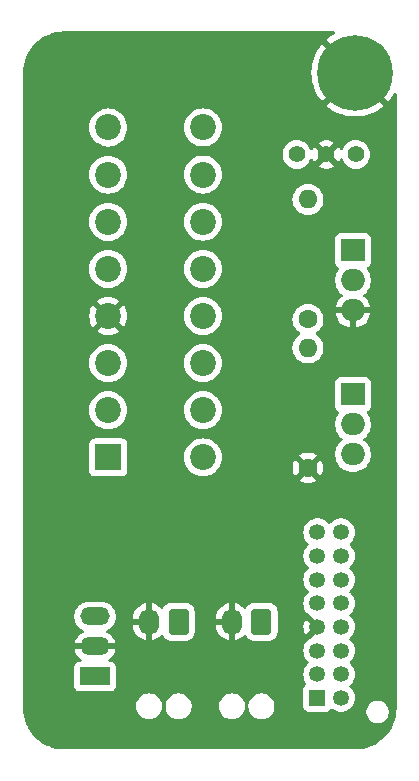
<source format=gbr>
%TF.GenerationSoftware,KiCad,Pcbnew,8.0.7*%
%TF.CreationDate,2025-07-29T20:25:38-07:00*%
%TF.ProjectId,V2.7-Connector-board,56322e37-2d43-46f6-9e6e-6563746f722d,rev?*%
%TF.SameCoordinates,Original*%
%TF.FileFunction,Copper,L2,Bot*%
%TF.FilePolarity,Positive*%
%FSLAX46Y46*%
G04 Gerber Fmt 4.6, Leading zero omitted, Abs format (unit mm)*
G04 Created by KiCad (PCBNEW 8.0.7) date 2025-07-29 20:25:38*
%MOMM*%
%LPD*%
G01*
G04 APERTURE LIST*
G04 Aperture macros list*
%AMRoundRect*
0 Rectangle with rounded corners*
0 $1 Rounding radius*
0 $2 $3 $4 $5 $6 $7 $8 $9 X,Y pos of 4 corners*
0 Add a 4 corners polygon primitive as box body*
4,1,4,$2,$3,$4,$5,$6,$7,$8,$9,$2,$3,0*
0 Add four circle primitives for the rounded corners*
1,1,$1+$1,$2,$3*
1,1,$1+$1,$4,$5*
1,1,$1+$1,$6,$7*
1,1,$1+$1,$8,$9*
0 Add four rect primitives between the rounded corners*
20,1,$1+$1,$2,$3,$4,$5,0*
20,1,$1+$1,$4,$5,$6,$7,0*
20,1,$1+$1,$6,$7,$8,$9,0*
20,1,$1+$1,$8,$9,$2,$3,0*%
G04 Aperture macros list end*
%TA.AperFunction,ComponentPad*%
%ADD10RoundRect,0.250000X-0.600000X0.850000X-0.600000X-0.850000X0.600000X-0.850000X0.600000X0.850000X0*%
%TD*%
%TA.AperFunction,ComponentPad*%
%ADD11O,1.700000X2.200000*%
%TD*%
%TA.AperFunction,ComponentPad*%
%ADD12C,1.600000*%
%TD*%
%TA.AperFunction,ComponentPad*%
%ADD13O,1.600000X1.600000*%
%TD*%
%TA.AperFunction,ComponentPad*%
%ADD14C,1.397000*%
%TD*%
%TA.AperFunction,ComponentPad*%
%ADD15R,1.346200X1.346200*%
%TD*%
%TA.AperFunction,ComponentPad*%
%ADD16C,1.346200*%
%TD*%
%TA.AperFunction,ComponentPad*%
%ADD17R,2.500000X1.500000*%
%TD*%
%TA.AperFunction,ComponentPad*%
%ADD18O,2.500000X1.500000*%
%TD*%
%TA.AperFunction,ComponentPad*%
%ADD19C,6.400000*%
%TD*%
%TA.AperFunction,ComponentPad*%
%ADD20R,2.000000X1.905000*%
%TD*%
%TA.AperFunction,ComponentPad*%
%ADD21O,2.000000X1.905000*%
%TD*%
%TA.AperFunction,ComponentPad*%
%ADD22R,2.192000X2.192000*%
%TD*%
%TA.AperFunction,ComponentPad*%
%ADD23C,2.192000*%
%TD*%
G04 APERTURE END LIST*
D10*
%TO.P,J4,1,Pin_1*%
%TO.N,V4*%
X127468000Y-74862000D03*
D11*
%TO.P,J4,2,Pin_2*%
%TO.N,GND*%
X124968000Y-74862000D03*
%TD*%
D10*
%TO.P,J3,1,Pin_1*%
%TO.N,V3*%
X134493000Y-74862000D03*
D11*
%TO.P,J3,2,Pin_2*%
%TO.N,GND*%
X131993000Y-74862000D03*
%TD*%
D12*
%TO.P,R2,1*%
%TO.N,GND*%
X138430000Y-61849000D03*
D13*
%TO.P,R2,2*%
%TO.N,V2*%
X138430000Y-51689000D03*
%TD*%
D14*
%TO.P,SW1,3,3*%
%TO.N,V1*%
X137494000Y-35306000D03*
%TO.P,SW1,2,2*%
%TO.N,GND*%
X139994000Y-35306000D03*
%TO.P,SW1,1,1*%
%TO.N,Net-(Q2-D)*%
X142494000Y-35306000D03*
%TD*%
D15*
%TO.P,J1,1,Pin_1*%
%TO.N,V2*%
X139223999Y-81310000D03*
D16*
%TO.P,J1,2,Pin_2*%
%TO.N,OBD_Pin2*%
X139223999Y-79310001D03*
%TO.P,J1,3,Pin_3*%
%TO.N,OBD_Pin3*%
X139223999Y-77310000D03*
%TO.P,J1,4,Pin_4*%
%TO.N,GND*%
X139223999Y-75310001D03*
%TO.P,J1,5,Pin_5*%
%TO.N,OBD_Pin5*%
X139223999Y-73310000D03*
%TO.P,J1,6,Pin_6*%
%TO.N,OBD_Pin6*%
X139223999Y-71310002D03*
%TO.P,J1,7,Pin_7*%
%TO.N,OBD_Pin7*%
X139223999Y-69310001D03*
%TO.P,J1,8,Pin_8*%
%TO.N,OBD_Pin8*%
X139223999Y-67310000D03*
%TO.P,J1,9,Pin_9*%
%TO.N,OBD_Pin9*%
X141224000Y-67310000D03*
%TO.P,J1,10,Pin_10*%
%TO.N,OBD_Pin10*%
X141224000Y-69310001D03*
%TO.P,J1,11,Pin_11*%
%TO.N,OBD_Pin11*%
X141224000Y-71310002D03*
%TO.P,J1,12,Pin_12*%
%TO.N,OBD_Pin12*%
X141224000Y-73310000D03*
%TO.P,J1,13,Pin_13*%
%TO.N,OBD_Pin13*%
X141224000Y-75310001D03*
%TO.P,J1,14,Pin_14*%
%TO.N,OBD_Pin14*%
X141224000Y-77310000D03*
%TO.P,J1,15,Pin_15*%
%TO.N,OBD_Pin15*%
X141224000Y-79310001D03*
%TO.P,J1,16,Pin_16*%
%TO.N,V3*%
X141224000Y-81310000D03*
%TD*%
D17*
%TO.P,U1,1,Vin*%
%TO.N,V3*%
X120396000Y-79502000D03*
D18*
%TO.P,U1,2,GND*%
%TO.N,GND*%
X120396000Y-76962000D03*
%TO.P,U1,3,Vout*%
%TO.N,V4*%
X120396000Y-74422000D03*
%TD*%
D19*
%TO.P,H1,1,1*%
%TO.N,GND*%
X142427000Y-28388000D03*
%TD*%
D12*
%TO.P,R1,1*%
%TO.N,Net-(Q1-D)*%
X138430000Y-49276000D03*
D13*
%TO.P,R1,2*%
%TO.N,Net-(Q2-D)*%
X138430000Y-39116000D03*
%TD*%
D20*
%TO.P,Q2,1,G*%
%TO.N,Net-(Q1-D)*%
X142240000Y-55626000D03*
D21*
%TO.P,Q2,2,D*%
%TO.N,Net-(Q2-D)*%
X142240000Y-58166000D03*
%TO.P,Q2,3,S*%
%TO.N,V3*%
X142240000Y-60706000D03*
%TD*%
D20*
%TO.P,Q1,1,G*%
%TO.N,V2*%
X142240000Y-43434000D03*
D21*
%TO.P,Q1,2,D*%
%TO.N,Net-(Q1-D)*%
X142240000Y-45974000D03*
%TO.P,Q1,3,S*%
%TO.N,GND*%
X142240000Y-48514000D03*
%TD*%
D22*
%TO.P,J2,1,Pin_1*%
%TO.N,V2*%
X121521220Y-60955080D03*
D23*
%TO.P,J2,2,Pin_2*%
%TO.N,OBD_Pin2*%
X121521220Y-56965080D03*
%TO.P,J2,3,Pin_3*%
%TO.N,OBD_Pin3*%
X121521220Y-52975080D03*
%TO.P,J2,4,Pin_4*%
%TO.N,GND*%
X121521220Y-48985080D03*
%TO.P,J2,5,Pin_5*%
%TO.N,OBD_Pin5*%
X121521220Y-44995080D03*
%TO.P,J2,6,Pin_6*%
%TO.N,OBD_Pin6*%
X121521220Y-41005080D03*
%TO.P,J2,7,Pin_7*%
%TO.N,OBD_Pin7*%
X121521220Y-37015080D03*
%TO.P,J2,8,Pin_8*%
%TO.N,OBD_Pin8*%
X121521220Y-33025080D03*
%TO.P,J2,9,Pin_9*%
%TO.N,OBD_Pin9*%
X129540000Y-60950000D03*
%TO.P,J2,10,Pin_10*%
%TO.N,OBD_Pin10*%
X129540000Y-56960000D03*
%TO.P,J2,11,Pin_11*%
%TO.N,OBD_Pin11*%
X129540000Y-52970000D03*
%TO.P,J2,12,Pin_12*%
%TO.N,OBD_Pin12*%
X129540000Y-48980000D03*
%TO.P,J2,13,Pin_13*%
%TO.N,OBD_Pin13*%
X129540000Y-44990000D03*
%TO.P,J2,14,Pin_14*%
%TO.N,OBD_Pin14*%
X129540000Y-41000000D03*
%TO.P,J2,15,Pin_15*%
%TO.N,OBD_Pin15*%
X129540000Y-37010000D03*
%TO.P,J2,16,Pin_16*%
%TO.N,V1*%
X129540000Y-33020000D03*
%TD*%
%TA.AperFunction,Conductor*%
%TO.N,GND*%
G36*
X140695745Y-24908185D02*
G01*
X140741500Y-24960989D01*
X140751444Y-25030147D01*
X140722419Y-25093703D01*
X140685001Y-25122985D01*
X140574456Y-25179310D01*
X140249206Y-25390531D01*
X139991649Y-25599095D01*
X139991649Y-25599096D01*
X141486301Y-27093748D01*
X141384670Y-27167588D01*
X141206588Y-27345670D01*
X141132748Y-27447301D01*
X139638096Y-25952649D01*
X139638095Y-25952649D01*
X139429531Y-26210206D01*
X139218310Y-26535456D01*
X139042244Y-26881005D01*
X138903262Y-27243063D01*
X138802887Y-27617669D01*
X138802886Y-27617676D01*
X138742219Y-28000712D01*
X138721922Y-28387999D01*
X138721922Y-28388000D01*
X138742219Y-28775287D01*
X138802886Y-29158323D01*
X138802887Y-29158330D01*
X138903262Y-29532936D01*
X139042244Y-29894994D01*
X139218310Y-30240543D01*
X139429523Y-30565783D01*
X139429525Y-30565785D01*
X139638096Y-30823348D01*
X141132747Y-29328697D01*
X141206588Y-29430330D01*
X141384670Y-29608412D01*
X141486301Y-29682251D01*
X139991650Y-31176902D01*
X140249214Y-31385475D01*
X140249216Y-31385476D01*
X140574456Y-31596689D01*
X140920005Y-31772755D01*
X141282063Y-31911737D01*
X141656669Y-32012112D01*
X141656676Y-32012113D01*
X142039712Y-32072780D01*
X142426999Y-32093078D01*
X142427001Y-32093078D01*
X142814287Y-32072780D01*
X143197323Y-32012113D01*
X143197330Y-32012112D01*
X143571936Y-31911737D01*
X143933994Y-31772755D01*
X144279543Y-31596689D01*
X144604771Y-31385484D01*
X144604784Y-31385474D01*
X144862348Y-31176902D01*
X143367698Y-29682252D01*
X143469330Y-29608412D01*
X143647412Y-29430330D01*
X143721252Y-29328698D01*
X145215902Y-30823348D01*
X145424474Y-30565784D01*
X145424484Y-30565771D01*
X145635691Y-30240541D01*
X145635692Y-30240538D01*
X145692015Y-30129999D01*
X145739989Y-30079202D01*
X145807810Y-30062407D01*
X145873945Y-30084944D01*
X145917397Y-30139659D01*
X145926500Y-30186293D01*
X145926500Y-82181293D01*
X145926351Y-82187379D01*
X145909943Y-82521271D01*
X145908750Y-82533381D01*
X145860144Y-82861031D01*
X145857770Y-82872966D01*
X145777281Y-83194282D01*
X145773748Y-83205927D01*
X145662154Y-83517799D01*
X145657497Y-83529041D01*
X145515874Y-83828470D01*
X145510138Y-83839202D01*
X145339842Y-84123318D01*
X145333081Y-84133435D01*
X145135759Y-84399489D01*
X145128041Y-84408894D01*
X144905588Y-84654330D01*
X144896998Y-84662920D01*
X144808874Y-84742791D01*
X144651557Y-84885373D01*
X144642150Y-84893092D01*
X144376099Y-85090406D01*
X144365981Y-85097167D01*
X144081866Y-85267457D01*
X144071135Y-85273193D01*
X143771697Y-85414816D01*
X143760454Y-85419473D01*
X143448574Y-85531064D01*
X143436929Y-85534596D01*
X143115622Y-85615078D01*
X143103687Y-85617452D01*
X142776036Y-85666054D01*
X142763927Y-85667247D01*
X142594881Y-85675552D01*
X142429000Y-85683701D01*
X142422945Y-85683850D01*
X117799051Y-85683850D01*
X117792968Y-85683701D01*
X117773185Y-85682729D01*
X117459069Y-85667297D01*
X117446960Y-85666104D01*
X117119301Y-85617501D01*
X117107366Y-85615127D01*
X116786056Y-85534644D01*
X116774411Y-85531112D01*
X116462522Y-85419517D01*
X116451280Y-85414860D01*
X116151845Y-85273239D01*
X116141113Y-85267503D01*
X115856990Y-85097208D01*
X115846872Y-85090447D01*
X115580818Y-84893131D01*
X115571425Y-84885423D01*
X115325955Y-84662945D01*
X115317376Y-84654365D01*
X115094912Y-84408917D01*
X115087202Y-84399523D01*
X114889880Y-84133468D01*
X114883119Y-84123351D01*
X114712817Y-83839226D01*
X114707081Y-83828494D01*
X114694525Y-83801948D01*
X114565454Y-83529057D01*
X114560799Y-83517818D01*
X114560792Y-83517799D01*
X114449199Y-83205927D01*
X114445673Y-83194306D01*
X114365177Y-82872961D01*
X114362808Y-82861055D01*
X114314200Y-82533385D01*
X114313007Y-82521275D01*
X114296649Y-82188396D01*
X114296500Y-82182310D01*
X114296500Y-81955389D01*
X123867500Y-81955389D01*
X123867500Y-82128610D01*
X123884064Y-82233196D01*
X123894598Y-82299701D01*
X123948127Y-82464445D01*
X124026768Y-82618788D01*
X124128586Y-82758928D01*
X124251072Y-82881414D01*
X124391212Y-82983232D01*
X124545555Y-83061873D01*
X124710299Y-83115402D01*
X124881389Y-83142500D01*
X124881390Y-83142500D01*
X125054610Y-83142500D01*
X125054611Y-83142500D01*
X125225701Y-83115402D01*
X125390445Y-83061873D01*
X125544788Y-82983232D01*
X125684928Y-82881414D01*
X125807414Y-82758928D01*
X125909232Y-82618788D01*
X125987873Y-82464445D01*
X126041402Y-82299701D01*
X126068500Y-82128611D01*
X126068500Y-81955389D01*
X126367500Y-81955389D01*
X126367500Y-82128610D01*
X126384064Y-82233196D01*
X126394598Y-82299701D01*
X126448127Y-82464445D01*
X126526768Y-82618788D01*
X126628586Y-82758928D01*
X126751072Y-82881414D01*
X126891212Y-82983232D01*
X127045555Y-83061873D01*
X127210299Y-83115402D01*
X127381389Y-83142500D01*
X127381390Y-83142500D01*
X127554610Y-83142500D01*
X127554611Y-83142500D01*
X127725701Y-83115402D01*
X127890445Y-83061873D01*
X128044788Y-82983232D01*
X128184928Y-82881414D01*
X128307414Y-82758928D01*
X128409232Y-82618788D01*
X128487873Y-82464445D01*
X128541402Y-82299701D01*
X128568500Y-82128611D01*
X128568500Y-81955389D01*
X130892500Y-81955389D01*
X130892500Y-82128610D01*
X130909064Y-82233196D01*
X130919598Y-82299701D01*
X130973127Y-82464445D01*
X131051768Y-82618788D01*
X131153586Y-82758928D01*
X131276072Y-82881414D01*
X131416212Y-82983232D01*
X131570555Y-83061873D01*
X131735299Y-83115402D01*
X131906389Y-83142500D01*
X131906390Y-83142500D01*
X132079610Y-83142500D01*
X132079611Y-83142500D01*
X132250701Y-83115402D01*
X132415445Y-83061873D01*
X132569788Y-82983232D01*
X132709928Y-82881414D01*
X132832414Y-82758928D01*
X132934232Y-82618788D01*
X133012873Y-82464445D01*
X133066402Y-82299701D01*
X133093500Y-82128611D01*
X133093500Y-81955389D01*
X133392500Y-81955389D01*
X133392500Y-82128610D01*
X133409064Y-82233196D01*
X133419598Y-82299701D01*
X133473127Y-82464445D01*
X133551768Y-82618788D01*
X133653586Y-82758928D01*
X133776072Y-82881414D01*
X133916212Y-82983232D01*
X134070555Y-83061873D01*
X134235299Y-83115402D01*
X134406389Y-83142500D01*
X134406390Y-83142500D01*
X134579610Y-83142500D01*
X134579611Y-83142500D01*
X134750701Y-83115402D01*
X134915445Y-83061873D01*
X135069788Y-82983232D01*
X135209928Y-82881414D01*
X135332414Y-82758928D01*
X135434232Y-82618788D01*
X135512873Y-82464445D01*
X135566402Y-82299701D01*
X135593500Y-82128611D01*
X135593500Y-81955389D01*
X135566402Y-81784299D01*
X135512873Y-81619555D01*
X135434232Y-81465212D01*
X135332414Y-81325072D01*
X135209928Y-81202586D01*
X135069788Y-81100768D01*
X134915445Y-81022127D01*
X134750701Y-80968598D01*
X134750699Y-80968597D01*
X134750698Y-80968597D01*
X134619271Y-80947781D01*
X134579611Y-80941500D01*
X134406389Y-80941500D01*
X134366728Y-80947781D01*
X134235302Y-80968597D01*
X134070552Y-81022128D01*
X133916211Y-81100768D01*
X133836256Y-81158859D01*
X133776072Y-81202586D01*
X133776070Y-81202588D01*
X133776069Y-81202588D01*
X133653588Y-81325069D01*
X133653588Y-81325070D01*
X133653586Y-81325072D01*
X133609859Y-81385256D01*
X133551768Y-81465211D01*
X133473128Y-81619552D01*
X133419597Y-81784302D01*
X133392500Y-81955389D01*
X133093500Y-81955389D01*
X133066402Y-81784299D01*
X133012873Y-81619555D01*
X132934232Y-81465212D01*
X132832414Y-81325072D01*
X132709928Y-81202586D01*
X132569788Y-81100768D01*
X132415445Y-81022127D01*
X132250701Y-80968598D01*
X132250699Y-80968597D01*
X132250698Y-80968597D01*
X132119271Y-80947781D01*
X132079611Y-80941500D01*
X131906389Y-80941500D01*
X131866728Y-80947781D01*
X131735302Y-80968597D01*
X131570552Y-81022128D01*
X131416211Y-81100768D01*
X131336256Y-81158859D01*
X131276072Y-81202586D01*
X131276070Y-81202588D01*
X131276069Y-81202588D01*
X131153588Y-81325069D01*
X131153588Y-81325070D01*
X131153586Y-81325072D01*
X131109859Y-81385256D01*
X131051768Y-81465211D01*
X130973128Y-81619552D01*
X130919597Y-81784302D01*
X130892500Y-81955389D01*
X128568500Y-81955389D01*
X128541402Y-81784299D01*
X128487873Y-81619555D01*
X128409232Y-81465212D01*
X128307414Y-81325072D01*
X128184928Y-81202586D01*
X128044788Y-81100768D01*
X127890445Y-81022127D01*
X127725701Y-80968598D01*
X127725699Y-80968597D01*
X127725698Y-80968597D01*
X127594271Y-80947781D01*
X127554611Y-80941500D01*
X127381389Y-80941500D01*
X127341728Y-80947781D01*
X127210302Y-80968597D01*
X127045552Y-81022128D01*
X126891211Y-81100768D01*
X126811256Y-81158859D01*
X126751072Y-81202586D01*
X126751070Y-81202588D01*
X126751069Y-81202588D01*
X126628588Y-81325069D01*
X126628588Y-81325070D01*
X126628586Y-81325072D01*
X126584859Y-81385256D01*
X126526768Y-81465211D01*
X126448128Y-81619552D01*
X126394597Y-81784302D01*
X126367500Y-81955389D01*
X126068500Y-81955389D01*
X126041402Y-81784299D01*
X125987873Y-81619555D01*
X125909232Y-81465212D01*
X125807414Y-81325072D01*
X125684928Y-81202586D01*
X125544788Y-81100768D01*
X125390445Y-81022127D01*
X125225701Y-80968598D01*
X125225699Y-80968597D01*
X125225698Y-80968597D01*
X125094271Y-80947781D01*
X125054611Y-80941500D01*
X124881389Y-80941500D01*
X124841728Y-80947781D01*
X124710302Y-80968597D01*
X124545552Y-81022128D01*
X124391211Y-81100768D01*
X124311256Y-81158859D01*
X124251072Y-81202586D01*
X124251070Y-81202588D01*
X124251069Y-81202588D01*
X124128588Y-81325069D01*
X124128588Y-81325070D01*
X124128586Y-81325072D01*
X124084859Y-81385256D01*
X124026768Y-81465211D01*
X123948128Y-81619552D01*
X123894597Y-81784302D01*
X123867500Y-81955389D01*
X114296500Y-81955389D01*
X114296500Y-74322948D01*
X118637500Y-74322948D01*
X118637500Y-74521051D01*
X118668487Y-74716700D01*
X118729703Y-74905101D01*
X118765732Y-74975810D01*
X118819634Y-75081598D01*
X118936070Y-75241858D01*
X119076142Y-75381930D01*
X119236402Y-75498366D01*
X119408953Y-75586285D01*
X119459749Y-75634260D01*
X119476544Y-75702081D01*
X119454007Y-75768215D01*
X119408953Y-75807255D01*
X119240856Y-75892904D01*
X119081678Y-76008555D01*
X118942555Y-76147678D01*
X118826904Y-76306856D01*
X118737581Y-76482162D01*
X118676781Y-76669283D01*
X118670016Y-76712000D01*
X119962988Y-76712000D01*
X119930075Y-76769007D01*
X119896000Y-76896174D01*
X119896000Y-77027826D01*
X119930075Y-77154993D01*
X119962988Y-77212000D01*
X118670016Y-77212000D01*
X118676781Y-77254716D01*
X118737581Y-77441837D01*
X118826904Y-77617143D01*
X118942555Y-77776321D01*
X119081678Y-77915444D01*
X119224459Y-78019182D01*
X119267124Y-78074513D01*
X119273103Y-78144126D01*
X119240497Y-78205921D01*
X119179658Y-78240278D01*
X119151573Y-78243500D01*
X119097345Y-78243500D01*
X119036797Y-78250011D01*
X119036795Y-78250011D01*
X118899795Y-78301111D01*
X118782739Y-78388739D01*
X118695111Y-78505795D01*
X118644011Y-78642795D01*
X118644011Y-78642797D01*
X118637500Y-78703345D01*
X118637500Y-80300654D01*
X118644011Y-80361202D01*
X118644011Y-80361204D01*
X118695111Y-80498204D01*
X118782739Y-80615261D01*
X118899796Y-80702889D01*
X119036799Y-80753989D01*
X119064050Y-80756918D01*
X119097345Y-80760499D01*
X119097362Y-80760500D01*
X121694638Y-80760500D01*
X121694654Y-80760499D01*
X121721692Y-80757591D01*
X121755201Y-80753989D01*
X121892204Y-80702889D01*
X122009261Y-80615261D01*
X122096889Y-80498204D01*
X122142555Y-80375768D01*
X122147988Y-80361204D01*
X122147988Y-80361203D01*
X122147989Y-80361201D01*
X122153494Y-80310000D01*
X122154499Y-80300654D01*
X122154500Y-80300637D01*
X122154500Y-78703362D01*
X122154499Y-78703345D01*
X122151157Y-78672270D01*
X122147989Y-78642799D01*
X122096889Y-78505796D01*
X122009261Y-78388739D01*
X121892204Y-78301111D01*
X121755203Y-78250011D01*
X121694654Y-78243500D01*
X121694638Y-78243500D01*
X121640427Y-78243500D01*
X121573388Y-78223815D01*
X121527633Y-78171011D01*
X121517689Y-78101853D01*
X121546714Y-78038297D01*
X121567541Y-78019182D01*
X121710321Y-77915444D01*
X121849444Y-77776321D01*
X121965095Y-77617143D01*
X122054418Y-77441837D01*
X122115218Y-77254716D01*
X122121984Y-77212000D01*
X120829012Y-77212000D01*
X120861925Y-77154993D01*
X120896000Y-77027826D01*
X120896000Y-76896174D01*
X120861925Y-76769007D01*
X120829012Y-76712000D01*
X122121984Y-76712000D01*
X122115218Y-76669283D01*
X122054418Y-76482162D01*
X121965095Y-76306856D01*
X121849444Y-76147678D01*
X121710321Y-76008555D01*
X121551143Y-75892904D01*
X121383046Y-75807255D01*
X121332250Y-75759281D01*
X121315455Y-75691460D01*
X121337992Y-75625325D01*
X121383043Y-75586287D01*
X121555598Y-75498366D01*
X121715858Y-75381930D01*
X121855930Y-75241858D01*
X121972366Y-75081598D01*
X122062298Y-74905097D01*
X122123512Y-74716700D01*
X122140095Y-74612000D01*
X122154500Y-74521051D01*
X122154500Y-74505753D01*
X123618000Y-74505753D01*
X123618000Y-74612000D01*
X124419518Y-74612000D01*
X124408889Y-74630409D01*
X124368000Y-74783009D01*
X124368000Y-74940991D01*
X124408889Y-75093591D01*
X124419518Y-75112000D01*
X123618000Y-75112000D01*
X123618000Y-75218246D01*
X123651242Y-75428127D01*
X123651242Y-75428130D01*
X123716904Y-75630217D01*
X123813379Y-75819557D01*
X123938272Y-75991459D01*
X123938276Y-75991464D01*
X124088535Y-76141723D01*
X124088540Y-76141727D01*
X124260442Y-76266620D01*
X124449782Y-76363095D01*
X124651871Y-76428757D01*
X124718000Y-76439231D01*
X124718000Y-75410482D01*
X124736409Y-75421111D01*
X124889009Y-75462000D01*
X125046991Y-75462000D01*
X125199591Y-75421111D01*
X125218000Y-75410482D01*
X125218000Y-76439230D01*
X125284126Y-76428757D01*
X125284129Y-76428757D01*
X125486217Y-76363095D01*
X125675557Y-76266620D01*
X125847458Y-76141728D01*
X125980516Y-76008670D01*
X126041839Y-75975185D01*
X126111531Y-75980169D01*
X126167465Y-76022040D01*
X126173737Y-76031254D01*
X126175883Y-76034734D01*
X126175885Y-76034738D01*
X126268970Y-76185652D01*
X126394348Y-76311030D01*
X126545262Y-76404115D01*
X126713574Y-76459887D01*
X126817455Y-76470500D01*
X128118544Y-76470499D01*
X128222426Y-76459887D01*
X128390738Y-76404115D01*
X128541652Y-76311030D01*
X128667030Y-76185652D01*
X128760115Y-76034738D01*
X128815887Y-75866426D01*
X128826500Y-75762545D01*
X128826499Y-74505753D01*
X130643000Y-74505753D01*
X130643000Y-74612000D01*
X131444518Y-74612000D01*
X131433889Y-74630409D01*
X131393000Y-74783009D01*
X131393000Y-74940991D01*
X131433889Y-75093591D01*
X131444518Y-75112000D01*
X130643000Y-75112000D01*
X130643000Y-75218246D01*
X130676242Y-75428127D01*
X130676242Y-75428130D01*
X130741904Y-75630217D01*
X130838379Y-75819557D01*
X130963272Y-75991459D01*
X130963276Y-75991464D01*
X131113535Y-76141723D01*
X131113540Y-76141727D01*
X131285442Y-76266620D01*
X131474782Y-76363095D01*
X131676871Y-76428757D01*
X131743000Y-76439231D01*
X131743000Y-75410482D01*
X131761409Y-75421111D01*
X131914009Y-75462000D01*
X132071991Y-75462000D01*
X132224591Y-75421111D01*
X132243000Y-75410482D01*
X132243000Y-76439230D01*
X132309126Y-76428757D01*
X132309129Y-76428757D01*
X132511217Y-76363095D01*
X132700557Y-76266620D01*
X132872458Y-76141728D01*
X133005516Y-76008670D01*
X133066839Y-75975185D01*
X133136531Y-75980169D01*
X133192465Y-76022040D01*
X133198737Y-76031254D01*
X133200883Y-76034734D01*
X133200885Y-76034738D01*
X133293970Y-76185652D01*
X133419348Y-76311030D01*
X133570262Y-76404115D01*
X133738574Y-76459887D01*
X133842455Y-76470500D01*
X135143544Y-76470499D01*
X135247426Y-76459887D01*
X135415738Y-76404115D01*
X135566652Y-76311030D01*
X135692030Y-76185652D01*
X135785115Y-76034738D01*
X135840887Y-75866426D01*
X135851500Y-75762545D01*
X135851499Y-73961456D01*
X135840887Y-73857574D01*
X135785115Y-73689262D01*
X135692030Y-73538348D01*
X135566652Y-73412970D01*
X135415738Y-73319885D01*
X135415735Y-73319884D01*
X135247427Y-73264113D01*
X135143545Y-73253500D01*
X133842462Y-73253500D01*
X133842446Y-73253501D01*
X133738572Y-73264113D01*
X133570264Y-73319884D01*
X133570259Y-73319886D01*
X133419346Y-73412971D01*
X133293970Y-73538347D01*
X133293967Y-73538351D01*
X133198736Y-73692745D01*
X133146788Y-73739470D01*
X133077826Y-73750691D01*
X133013744Y-73722848D01*
X133005517Y-73715329D01*
X132872464Y-73582276D01*
X132872459Y-73582272D01*
X132700557Y-73457379D01*
X132511215Y-73360903D01*
X132309124Y-73295241D01*
X132243000Y-73284768D01*
X132243000Y-74313517D01*
X132224591Y-74302889D01*
X132071991Y-74262000D01*
X131914009Y-74262000D01*
X131761409Y-74302889D01*
X131743000Y-74313517D01*
X131743000Y-73284768D01*
X131742999Y-73284768D01*
X131676875Y-73295241D01*
X131474784Y-73360903D01*
X131285442Y-73457379D01*
X131113540Y-73582272D01*
X131113535Y-73582276D01*
X130963276Y-73732535D01*
X130963272Y-73732540D01*
X130838379Y-73904442D01*
X130741904Y-74093782D01*
X130676242Y-74295869D01*
X130676242Y-74295872D01*
X130643000Y-74505753D01*
X128826499Y-74505753D01*
X128826499Y-73961456D01*
X128815887Y-73857574D01*
X128760115Y-73689262D01*
X128667030Y-73538348D01*
X128541652Y-73412970D01*
X128390738Y-73319885D01*
X128390735Y-73319884D01*
X128222427Y-73264113D01*
X128118545Y-73253500D01*
X126817462Y-73253500D01*
X126817446Y-73253501D01*
X126713572Y-73264113D01*
X126545264Y-73319884D01*
X126545259Y-73319886D01*
X126394346Y-73412971D01*
X126268970Y-73538347D01*
X126268967Y-73538351D01*
X126173736Y-73692745D01*
X126121788Y-73739470D01*
X126052826Y-73750691D01*
X125988744Y-73722848D01*
X125980517Y-73715329D01*
X125847464Y-73582276D01*
X125847459Y-73582272D01*
X125675557Y-73457379D01*
X125486215Y-73360903D01*
X125284124Y-73295241D01*
X125218000Y-73284768D01*
X125218000Y-74313517D01*
X125199591Y-74302889D01*
X125046991Y-74262000D01*
X124889009Y-74262000D01*
X124736409Y-74302889D01*
X124718000Y-74313517D01*
X124718000Y-73284768D01*
X124717999Y-73284768D01*
X124651875Y-73295241D01*
X124449784Y-73360903D01*
X124260442Y-73457379D01*
X124088540Y-73582272D01*
X124088535Y-73582276D01*
X123938276Y-73732535D01*
X123938272Y-73732540D01*
X123813379Y-73904442D01*
X123716904Y-74093782D01*
X123651242Y-74295869D01*
X123651242Y-74295872D01*
X123618000Y-74505753D01*
X122154500Y-74505753D01*
X122154500Y-74322948D01*
X122123512Y-74127299D01*
X122069626Y-73961456D01*
X122062298Y-73938903D01*
X122062296Y-73938900D01*
X122062296Y-73938898D01*
X121972365Y-73762401D01*
X121963857Y-73750691D01*
X121855930Y-73602142D01*
X121715858Y-73462070D01*
X121555598Y-73345634D01*
X121505063Y-73319885D01*
X121379101Y-73255703D01*
X121190700Y-73194487D01*
X120995051Y-73163500D01*
X120995046Y-73163500D01*
X119796954Y-73163500D01*
X119796949Y-73163500D01*
X119601299Y-73194487D01*
X119412898Y-73255703D01*
X119236401Y-73345634D01*
X119144967Y-73412065D01*
X119076142Y-73462070D01*
X119076140Y-73462072D01*
X119076139Y-73462072D01*
X118936072Y-73602139D01*
X118936072Y-73602140D01*
X118936070Y-73602142D01*
X118886065Y-73670967D01*
X118819634Y-73762401D01*
X118729703Y-73938898D01*
X118668487Y-74127299D01*
X118637500Y-74322948D01*
X114296500Y-74322948D01*
X114296500Y-67309999D01*
X138037337Y-67309999D01*
X138037337Y-67310000D01*
X138057541Y-67528048D01*
X138117469Y-67738669D01*
X138117474Y-67738682D01*
X138215079Y-67934697D01*
X138287966Y-68031216D01*
X138347047Y-68109451D01*
X138347051Y-68109455D01*
X138466517Y-68218363D01*
X138502799Y-68278074D01*
X138501038Y-68347922D01*
X138466518Y-68401637D01*
X138347046Y-68510550D01*
X138215079Y-68685303D01*
X138117474Y-68881318D01*
X138117469Y-68881331D01*
X138057541Y-69091952D01*
X138037337Y-69310000D01*
X138037337Y-69310001D01*
X138057541Y-69528049D01*
X138117469Y-69738670D01*
X138117474Y-69738683D01*
X138215079Y-69934698D01*
X138287966Y-70031217D01*
X138347047Y-70109452D01*
X138347051Y-70109456D01*
X138466517Y-70218364D01*
X138502799Y-70278075D01*
X138501038Y-70347923D01*
X138466518Y-70401638D01*
X138347046Y-70510551D01*
X138215079Y-70685304D01*
X138117474Y-70881319D01*
X138117469Y-70881332D01*
X138057541Y-71091953D01*
X138037337Y-71310001D01*
X138037337Y-71310002D01*
X138057541Y-71528050D01*
X138117469Y-71738671D01*
X138117474Y-71738684D01*
X138215079Y-71934699D01*
X138287966Y-72031218D01*
X138347047Y-72109453D01*
X138347051Y-72109457D01*
X138466516Y-72218364D01*
X138502798Y-72278075D01*
X138501037Y-72347923D01*
X138466516Y-72401638D01*
X138347051Y-72510544D01*
X138347047Y-72510548D01*
X138215079Y-72685302D01*
X138117474Y-72881317D01*
X138117469Y-72881330D01*
X138057541Y-73091951D01*
X138037337Y-73309999D01*
X138037337Y-73310000D01*
X138057541Y-73528048D01*
X138117469Y-73738669D01*
X138117474Y-73738682D01*
X138215079Y-73934697D01*
X138347047Y-74109451D01*
X138347051Y-74109455D01*
X138508870Y-74256973D01*
X138508871Y-74256974D01*
X138508873Y-74256975D01*
X138508875Y-74256977D01*
X138537750Y-74274856D01*
X138560150Y-74292599D01*
X139155681Y-74888129D01*
X139158678Y-74893619D01*
X139062233Y-74919462D01*
X138966666Y-74974638D01*
X138888636Y-75052668D01*
X138833460Y-75148235D01*
X138807090Y-75246645D01*
X138234342Y-74673898D01*
X138222336Y-74689798D01*
X138125430Y-74884409D01*
X138065932Y-75093525D01*
X138045873Y-75310000D01*
X138045873Y-75310001D01*
X138065932Y-75526476D01*
X138125430Y-75735592D01*
X138222336Y-75930204D01*
X138234341Y-75946102D01*
X138234342Y-75946102D01*
X138807090Y-75373355D01*
X138833460Y-75471767D01*
X138888636Y-75567334D01*
X138966666Y-75645364D01*
X139062233Y-75700540D01*
X139159851Y-75726696D01*
X139155681Y-75731872D01*
X138560157Y-76327395D01*
X138537756Y-76345139D01*
X138508878Y-76363019D01*
X138508874Y-76363023D01*
X138347051Y-76510544D01*
X138347047Y-76510548D01*
X138215079Y-76685302D01*
X138117474Y-76881317D01*
X138117469Y-76881330D01*
X138057541Y-77091951D01*
X138037337Y-77309999D01*
X138037337Y-77310000D01*
X138057541Y-77528048D01*
X138117469Y-77738669D01*
X138117474Y-77738682D01*
X138205492Y-77915444D01*
X138215079Y-77934697D01*
X138287966Y-78031216D01*
X138347047Y-78109451D01*
X138347051Y-78109455D01*
X138466517Y-78218363D01*
X138502799Y-78278074D01*
X138501038Y-78347922D01*
X138466518Y-78401637D01*
X138347046Y-78510550D01*
X138215079Y-78685303D01*
X138117474Y-78881318D01*
X138117469Y-78881331D01*
X138057541Y-79091952D01*
X138037337Y-79310000D01*
X138037337Y-79310001D01*
X138057541Y-79528049D01*
X138117469Y-79738670D01*
X138117474Y-79738683D01*
X138215080Y-79934701D01*
X138293644Y-80038737D01*
X138318336Y-80104098D01*
X138303771Y-80172433D01*
X138269002Y-80212729D01*
X138209894Y-80256978D01*
X138187638Y-80273639D01*
X138167427Y-80300638D01*
X138100010Y-80390695D01*
X138048910Y-80527695D01*
X138048910Y-80527697D01*
X138042399Y-80588245D01*
X138042399Y-82031754D01*
X138048910Y-82092302D01*
X138048910Y-82092304D01*
X138084752Y-82188396D01*
X138100010Y-82229304D01*
X138187638Y-82346361D01*
X138304695Y-82433989D01*
X138441698Y-82485089D01*
X138468949Y-82488018D01*
X138502244Y-82491599D01*
X138502261Y-82491600D01*
X139945737Y-82491600D01*
X139945753Y-82491599D01*
X139972791Y-82488691D01*
X140006300Y-82485089D01*
X140143303Y-82433989D01*
X140260360Y-82346361D01*
X140319075Y-82267926D01*
X140375008Y-82226055D01*
X140444700Y-82221071D01*
X140501879Y-82250599D01*
X140508874Y-82256976D01*
X140508877Y-82256978D01*
X140695055Y-82372254D01*
X140695057Y-82372255D01*
X140695059Y-82372256D01*
X140899255Y-82451362D01*
X141114509Y-82491600D01*
X141114511Y-82491600D01*
X141333489Y-82491600D01*
X141333491Y-82491600D01*
X141548745Y-82451362D01*
X141638659Y-82416529D01*
X143374998Y-82416529D01*
X143374998Y-82603474D01*
X143411465Y-82786807D01*
X143411467Y-82786815D01*
X143483003Y-82959519D01*
X143483008Y-82959528D01*
X143586860Y-83114953D01*
X143586863Y-83114957D01*
X143719042Y-83247136D01*
X143719046Y-83247139D01*
X143874471Y-83350991D01*
X143874477Y-83350994D01*
X143874478Y-83350995D01*
X144047185Y-83422533D01*
X144220581Y-83457023D01*
X144230525Y-83459001D01*
X144230529Y-83459002D01*
X144230530Y-83459002D01*
X144417467Y-83459002D01*
X144417468Y-83459001D01*
X144600811Y-83422533D01*
X144773518Y-83350995D01*
X144928950Y-83247139D01*
X145061135Y-83114954D01*
X145164991Y-82959522D01*
X145236529Y-82786815D01*
X145272998Y-82603470D01*
X145272998Y-82416534D01*
X145236529Y-82233189D01*
X145164991Y-82060482D01*
X145164990Y-82060481D01*
X145164987Y-82060475D01*
X145061135Y-81905050D01*
X145061132Y-81905046D01*
X144928953Y-81772867D01*
X144928949Y-81772864D01*
X144773524Y-81669012D01*
X144773515Y-81669007D01*
X144600811Y-81597471D01*
X144600803Y-81597469D01*
X144417470Y-81561002D01*
X144417466Y-81561002D01*
X144230530Y-81561002D01*
X144230525Y-81561002D01*
X144047192Y-81597469D01*
X144047184Y-81597471D01*
X143874480Y-81669007D01*
X143874471Y-81669012D01*
X143719046Y-81772864D01*
X143719042Y-81772867D01*
X143586863Y-81905046D01*
X143586860Y-81905050D01*
X143483008Y-82060475D01*
X143483003Y-82060484D01*
X143411467Y-82233188D01*
X143411465Y-82233196D01*
X143374998Y-82416529D01*
X141638659Y-82416529D01*
X141752941Y-82372256D01*
X141939124Y-82256977D01*
X142100954Y-82109449D01*
X142232920Y-81934697D01*
X142330529Y-81738672D01*
X142390457Y-81528049D01*
X142410662Y-81310000D01*
X142390457Y-81091951D01*
X142330529Y-80881328D01*
X142232920Y-80685303D01*
X142100954Y-80510551D01*
X142100951Y-80510548D01*
X142100947Y-80510544D01*
X141981482Y-80401637D01*
X141945200Y-80341926D01*
X141946961Y-80272078D01*
X141981481Y-80218364D01*
X142100954Y-80109450D01*
X142232920Y-79934698D01*
X142330529Y-79738673D01*
X142390457Y-79528050D01*
X142410662Y-79310001D01*
X142390457Y-79091952D01*
X142330529Y-78881329D01*
X142232920Y-78685304D01*
X142100954Y-78510552D01*
X142100951Y-78510549D01*
X142100947Y-78510545D01*
X141981481Y-78401637D01*
X141945199Y-78341926D01*
X141946960Y-78272078D01*
X141981481Y-78218363D01*
X142100954Y-78109449D01*
X142232920Y-77934697D01*
X142330529Y-77738672D01*
X142390457Y-77528049D01*
X142410662Y-77310000D01*
X142406863Y-77269007D01*
X142390457Y-77091951D01*
X142334753Y-76896174D01*
X142330529Y-76881328D01*
X142232920Y-76685303D01*
X142100954Y-76510551D01*
X142100951Y-76510548D01*
X142100947Y-76510544D01*
X141981482Y-76401637D01*
X141945200Y-76341926D01*
X141946961Y-76272078D01*
X141981481Y-76218364D01*
X142100954Y-76109450D01*
X142232920Y-75934698D01*
X142330529Y-75738673D01*
X142390457Y-75528050D01*
X142410662Y-75310001D01*
X142390457Y-75091952D01*
X142330529Y-74881329D01*
X142232920Y-74685304D01*
X142100954Y-74510552D01*
X142100951Y-74510549D01*
X142100947Y-74510545D01*
X141981481Y-74401637D01*
X141945199Y-74341926D01*
X141946960Y-74272078D01*
X141981481Y-74218363D01*
X142081372Y-74127300D01*
X142100954Y-74109449D01*
X142232920Y-73934697D01*
X142330529Y-73738672D01*
X142390457Y-73528049D01*
X142410662Y-73310000D01*
X142390457Y-73091951D01*
X142330529Y-72881328D01*
X142232920Y-72685303D01*
X142100954Y-72510551D01*
X142100951Y-72510548D01*
X142100948Y-72510545D01*
X142036970Y-72452222D01*
X141981481Y-72401636D01*
X141945200Y-72341927D01*
X141946961Y-72272080D01*
X141981481Y-72218365D01*
X142100954Y-72109451D01*
X142232920Y-71934699D01*
X142330529Y-71738674D01*
X142390457Y-71528051D01*
X142410662Y-71310002D01*
X142390457Y-71091953D01*
X142330529Y-70881330D01*
X142232920Y-70685305D01*
X142100954Y-70510553D01*
X142100951Y-70510550D01*
X142100947Y-70510546D01*
X141981481Y-70401638D01*
X141945199Y-70341927D01*
X141946960Y-70272079D01*
X141981481Y-70218364D01*
X142100947Y-70109456D01*
X142100954Y-70109450D01*
X142232920Y-69934698D01*
X142330529Y-69738673D01*
X142390457Y-69528050D01*
X142410662Y-69310001D01*
X142390457Y-69091952D01*
X142330529Y-68881329D01*
X142232920Y-68685304D01*
X142100954Y-68510552D01*
X142100951Y-68510549D01*
X142100947Y-68510545D01*
X141981481Y-68401637D01*
X141945199Y-68341926D01*
X141946960Y-68272078D01*
X141981481Y-68218363D01*
X142100947Y-68109455D01*
X142100954Y-68109449D01*
X142232920Y-67934697D01*
X142330529Y-67738672D01*
X142390457Y-67528049D01*
X142410662Y-67310000D01*
X142390457Y-67091951D01*
X142330529Y-66881328D01*
X142232920Y-66685303D01*
X142100954Y-66510551D01*
X142100951Y-66510548D01*
X142100947Y-66510544D01*
X141939124Y-66363023D01*
X141939122Y-66363021D01*
X141752944Y-66247745D01*
X141752935Y-66247741D01*
X141599794Y-66188414D01*
X141548745Y-66168638D01*
X141333491Y-66128400D01*
X141114509Y-66128400D01*
X140899255Y-66168638D01*
X140899252Y-66168638D01*
X140899252Y-66168639D01*
X140695064Y-66247741D01*
X140695055Y-66247745D01*
X140508877Y-66363021D01*
X140508875Y-66363023D01*
X140347047Y-66510549D01*
X140322953Y-66542455D01*
X140266844Y-66584091D01*
X140197132Y-66588782D01*
X140135950Y-66555040D01*
X140125050Y-66542461D01*
X140100953Y-66510551D01*
X140100950Y-66510548D01*
X140100946Y-66510544D01*
X139939123Y-66363023D01*
X139939121Y-66363021D01*
X139752943Y-66247745D01*
X139752934Y-66247741D01*
X139599793Y-66188414D01*
X139548744Y-66168638D01*
X139333490Y-66128400D01*
X139114508Y-66128400D01*
X138899254Y-66168638D01*
X138899251Y-66168638D01*
X138899251Y-66168639D01*
X138695063Y-66247741D01*
X138695054Y-66247745D01*
X138508876Y-66363021D01*
X138508874Y-66363023D01*
X138347051Y-66510544D01*
X138347047Y-66510548D01*
X138215079Y-66685302D01*
X138117474Y-66881317D01*
X138117469Y-66881330D01*
X138057541Y-67091951D01*
X138037337Y-67309999D01*
X114296500Y-67309999D01*
X114296500Y-59810425D01*
X119916720Y-59810425D01*
X119916720Y-62099734D01*
X119923231Y-62160282D01*
X119923231Y-62160284D01*
X119957470Y-62252079D01*
X119974331Y-62297284D01*
X120061959Y-62414341D01*
X120179016Y-62501969D01*
X120316019Y-62553069D01*
X120343270Y-62555998D01*
X120376565Y-62559579D01*
X120376582Y-62559580D01*
X122665858Y-62559580D01*
X122665874Y-62559579D01*
X122692912Y-62556671D01*
X122726421Y-62553069D01*
X122863424Y-62501969D01*
X122980481Y-62414341D01*
X123068109Y-62297284D01*
X123119209Y-62160281D01*
X123122811Y-62126772D01*
X123125719Y-62099734D01*
X123125720Y-62099717D01*
X123125720Y-60950000D01*
X127930539Y-60950000D01*
X127950353Y-61201770D01*
X127950353Y-61201773D01*
X127950354Y-61201775D01*
X127998586Y-61402673D01*
X128009313Y-61447355D01*
X128105957Y-61680676D01*
X128105959Y-61680679D01*
X128237917Y-61896014D01*
X128237920Y-61896019D01*
X128242739Y-61901661D01*
X128401939Y-62088061D01*
X128496801Y-62169080D01*
X128593980Y-62252079D01*
X128593982Y-62252080D01*
X128593983Y-62252081D01*
X128809320Y-62384040D01*
X128809323Y-62384042D01*
X129042644Y-62480686D01*
X129042649Y-62480688D01*
X129288225Y-62539646D01*
X129540000Y-62559461D01*
X129791775Y-62539646D01*
X130037351Y-62480688D01*
X130197527Y-62414341D01*
X130270676Y-62384042D01*
X130270677Y-62384041D01*
X130270680Y-62384040D01*
X130486017Y-62252081D01*
X130678061Y-62088061D01*
X130842081Y-61896017D01*
X130870895Y-61848997D01*
X137125034Y-61848997D01*
X137125034Y-61849002D01*
X137144858Y-62075599D01*
X137144860Y-62075610D01*
X137203730Y-62295317D01*
X137203735Y-62295331D01*
X137299863Y-62501478D01*
X137350974Y-62574472D01*
X138030000Y-61895446D01*
X138030000Y-61901661D01*
X138057259Y-62003394D01*
X138109920Y-62094606D01*
X138184394Y-62169080D01*
X138275606Y-62221741D01*
X138377339Y-62249000D01*
X138383553Y-62249000D01*
X137704526Y-62928025D01*
X137777513Y-62979132D01*
X137777521Y-62979136D01*
X137983668Y-63075264D01*
X137983682Y-63075269D01*
X138203389Y-63134139D01*
X138203400Y-63134141D01*
X138429998Y-63153966D01*
X138430002Y-63153966D01*
X138656599Y-63134141D01*
X138656610Y-63134139D01*
X138876317Y-63075269D01*
X138876331Y-63075264D01*
X139082478Y-62979136D01*
X139155471Y-62928024D01*
X138476447Y-62249000D01*
X138482661Y-62249000D01*
X138584394Y-62221741D01*
X138675606Y-62169080D01*
X138750080Y-62094606D01*
X138802741Y-62003394D01*
X138830000Y-61901661D01*
X138830000Y-61895447D01*
X139509024Y-62574471D01*
X139560136Y-62501478D01*
X139656264Y-62295331D01*
X139656269Y-62295317D01*
X139715139Y-62075610D01*
X139715141Y-62075599D01*
X139734966Y-61849002D01*
X139734966Y-61848997D01*
X139715141Y-61622400D01*
X139715139Y-61622389D01*
X139656269Y-61402682D01*
X139656264Y-61402668D01*
X139560136Y-61196521D01*
X139560132Y-61196513D01*
X139509025Y-61123526D01*
X138830000Y-61802551D01*
X138830000Y-61796339D01*
X138802741Y-61694606D01*
X138750080Y-61603394D01*
X138675606Y-61528920D01*
X138584394Y-61476259D01*
X138482661Y-61449000D01*
X138476445Y-61449000D01*
X139155472Y-60769974D01*
X139082478Y-60718863D01*
X138876331Y-60622735D01*
X138876317Y-60622730D01*
X138656610Y-60563860D01*
X138656599Y-60563858D01*
X138430002Y-60544034D01*
X138429998Y-60544034D01*
X138203400Y-60563858D01*
X138203389Y-60563860D01*
X137983682Y-60622730D01*
X137983673Y-60622734D01*
X137777516Y-60718866D01*
X137777512Y-60718868D01*
X137704526Y-60769973D01*
X137704526Y-60769974D01*
X138383553Y-61449000D01*
X138377339Y-61449000D01*
X138275606Y-61476259D01*
X138184394Y-61528920D01*
X138109920Y-61603394D01*
X138057259Y-61694606D01*
X138030000Y-61796339D01*
X138030000Y-61802552D01*
X137350974Y-61123526D01*
X137350973Y-61123526D01*
X137299868Y-61196512D01*
X137299866Y-61196516D01*
X137203734Y-61402673D01*
X137203730Y-61402682D01*
X137144860Y-61622389D01*
X137144858Y-61622400D01*
X137125034Y-61848997D01*
X130870895Y-61848997D01*
X130974040Y-61680680D01*
X130983526Y-61657780D01*
X131070686Y-61447355D01*
X131070688Y-61447351D01*
X131129646Y-61201775D01*
X131149461Y-60950000D01*
X131129646Y-60698225D01*
X131070688Y-60452649D01*
X131033919Y-60363881D01*
X130974042Y-60219323D01*
X130974040Y-60219320D01*
X130842082Y-60003985D01*
X130842079Y-60003980D01*
X130783050Y-59934866D01*
X130678061Y-59811939D01*
X130573070Y-59722269D01*
X130486019Y-59647920D01*
X130486014Y-59647917D01*
X130270679Y-59515959D01*
X130270676Y-59515957D01*
X130037355Y-59419313D01*
X129919478Y-59391013D01*
X129791775Y-59360354D01*
X129791773Y-59360353D01*
X129791770Y-59360353D01*
X129540000Y-59340539D01*
X129288229Y-59360353D01*
X129042644Y-59419313D01*
X128809323Y-59515957D01*
X128809320Y-59515959D01*
X128593985Y-59647917D01*
X128593980Y-59647920D01*
X128401939Y-59811939D01*
X128237920Y-60003980D01*
X128237917Y-60003985D01*
X128105959Y-60219320D01*
X128105957Y-60219323D01*
X128009313Y-60452644D01*
X127950353Y-60698229D01*
X127930539Y-60950000D01*
X123125720Y-60950000D01*
X123125720Y-59810442D01*
X123125719Y-59810425D01*
X123122377Y-59779350D01*
X123119209Y-59749879D01*
X123068109Y-59612876D01*
X122980481Y-59495819D01*
X122863424Y-59408191D01*
X122726423Y-59357091D01*
X122665874Y-59350580D01*
X122665858Y-59350580D01*
X120376582Y-59350580D01*
X120376565Y-59350580D01*
X120316017Y-59357091D01*
X120316015Y-59357091D01*
X120179015Y-59408191D01*
X120061959Y-59495819D01*
X119974331Y-59612875D01*
X119923231Y-59749875D01*
X119923231Y-59749877D01*
X119916720Y-59810425D01*
X114296500Y-59810425D01*
X114296500Y-56965080D01*
X119911759Y-56965080D01*
X119931573Y-57216850D01*
X119990533Y-57462435D01*
X120087177Y-57695756D01*
X120087179Y-57695759D01*
X120219137Y-57911094D01*
X120219140Y-57911099D01*
X120293489Y-57998150D01*
X120383159Y-58103141D01*
X120506086Y-58208130D01*
X120575200Y-58267159D01*
X120575202Y-58267160D01*
X120575203Y-58267161D01*
X120597767Y-58280988D01*
X120790540Y-58399120D01*
X120790543Y-58399122D01*
X121011600Y-58490686D01*
X121023869Y-58495768D01*
X121269445Y-58554726D01*
X121521220Y-58574541D01*
X121772995Y-58554726D01*
X122018571Y-58495768D01*
X122135235Y-58447444D01*
X122251896Y-58399122D01*
X122251897Y-58399121D01*
X122251900Y-58399120D01*
X122467237Y-58267161D01*
X122659281Y-58103141D01*
X122823301Y-57911097D01*
X122955260Y-57695760D01*
X122957365Y-57690680D01*
X123051906Y-57462435D01*
X123051908Y-57462431D01*
X123110866Y-57216855D01*
X123130681Y-56965080D01*
X123130281Y-56960000D01*
X127930539Y-56960000D01*
X127950353Y-57211770D01*
X127950353Y-57211773D01*
X127950354Y-57211775D01*
X127995608Y-57400269D01*
X128009313Y-57457355D01*
X128105957Y-57690676D01*
X128105959Y-57690679D01*
X128237917Y-57906014D01*
X128237920Y-57906019D01*
X128242259Y-57911099D01*
X128401939Y-58098061D01*
X128524866Y-58203050D01*
X128593980Y-58262079D01*
X128593982Y-58262080D01*
X128593983Y-58262081D01*
X128809320Y-58394040D01*
X128809323Y-58394042D01*
X129042644Y-58490686D01*
X129042649Y-58490688D01*
X129288225Y-58549646D01*
X129540000Y-58569461D01*
X129791775Y-58549646D01*
X130037351Y-58490688D01*
X130154015Y-58442364D01*
X130270676Y-58394042D01*
X130270677Y-58394041D01*
X130270680Y-58394040D01*
X130486017Y-58262081D01*
X130678061Y-58098061D01*
X130842081Y-57906017D01*
X130974040Y-57690680D01*
X131070688Y-57457351D01*
X131129646Y-57211775D01*
X131149461Y-56960000D01*
X131129646Y-56708225D01*
X131070688Y-56462649D01*
X131070686Y-56462644D01*
X130974042Y-56229323D01*
X130974040Y-56229320D01*
X130842082Y-56013985D01*
X130842079Y-56013980D01*
X130783050Y-55944866D01*
X130678061Y-55821939D01*
X130573070Y-55732269D01*
X130486019Y-55657920D01*
X130486014Y-55657917D01*
X130270679Y-55525959D01*
X130270676Y-55525957D01*
X130037355Y-55429313D01*
X130037351Y-55429312D01*
X129791775Y-55370354D01*
X129791773Y-55370353D01*
X129791770Y-55370353D01*
X129540000Y-55350539D01*
X129288229Y-55370353D01*
X129042644Y-55429313D01*
X128809323Y-55525957D01*
X128809320Y-55525959D01*
X128593985Y-55657917D01*
X128593980Y-55657920D01*
X128401939Y-55821939D01*
X128237920Y-56013980D01*
X128237917Y-56013985D01*
X128105959Y-56229320D01*
X128105957Y-56229323D01*
X128009313Y-56462644D01*
X127950353Y-56708229D01*
X127930539Y-56960000D01*
X123130281Y-56960000D01*
X123110866Y-56713305D01*
X123051908Y-56467729D01*
X123049802Y-56462644D01*
X122955262Y-56234403D01*
X122955260Y-56234400D01*
X122823302Y-56019065D01*
X122823299Y-56019060D01*
X122764270Y-55949946D01*
X122659281Y-55827019D01*
X122554290Y-55737349D01*
X122467239Y-55663000D01*
X122467234Y-55662997D01*
X122251899Y-55531039D01*
X122251896Y-55531037D01*
X122018575Y-55434393D01*
X122018571Y-55434392D01*
X121772995Y-55375434D01*
X121772993Y-55375433D01*
X121772990Y-55375433D01*
X121521220Y-55355619D01*
X121269449Y-55375433D01*
X121023864Y-55434393D01*
X120790543Y-55531037D01*
X120790540Y-55531039D01*
X120575205Y-55662997D01*
X120575200Y-55663000D01*
X120383159Y-55827019D01*
X120219140Y-56019060D01*
X120219137Y-56019065D01*
X120087179Y-56234400D01*
X120087177Y-56234403D01*
X119990533Y-56467724D01*
X119931573Y-56713309D01*
X119911759Y-56965080D01*
X114296500Y-56965080D01*
X114296500Y-54624845D01*
X140731500Y-54624845D01*
X140731500Y-56627154D01*
X140738011Y-56687702D01*
X140738011Y-56687704D01*
X140789111Y-56824704D01*
X140876739Y-56941761D01*
X140993796Y-57029389D01*
X141012877Y-57036506D01*
X141012880Y-57036507D01*
X141068813Y-57078379D01*
X141093229Y-57143843D01*
X141078377Y-57212116D01*
X141069863Y-57225573D01*
X140942942Y-57400265D01*
X140838539Y-57605166D01*
X140767473Y-57823881D01*
X140731500Y-58051011D01*
X140731500Y-58280988D01*
X140767473Y-58508118D01*
X140838539Y-58726833D01*
X140942940Y-58931731D01*
X141078111Y-59117778D01*
X141240722Y-59280389D01*
X141294222Y-59319259D01*
X141316826Y-59335682D01*
X141359491Y-59391013D01*
X141365470Y-59460626D01*
X141332864Y-59522421D01*
X141316826Y-59536318D01*
X141240720Y-59591612D01*
X141078113Y-59754219D01*
X140942940Y-59940268D01*
X140838539Y-60145166D01*
X140767473Y-60363881D01*
X140731500Y-60591011D01*
X140731500Y-60820988D01*
X140767473Y-61048118D01*
X140838539Y-61266833D01*
X140907751Y-61402668D01*
X140942940Y-61471731D01*
X141078111Y-61657778D01*
X141240722Y-61820389D01*
X141426769Y-61955560D01*
X141520649Y-62003394D01*
X141631666Y-62059960D01*
X141631668Y-62059960D01*
X141631671Y-62059962D01*
X141738294Y-62094606D01*
X141850381Y-62131026D01*
X142077512Y-62167000D01*
X142077517Y-62167000D01*
X142402488Y-62167000D01*
X142629618Y-62131026D01*
X142848329Y-62059962D01*
X143053231Y-61955560D01*
X143239278Y-61820389D01*
X143401889Y-61657778D01*
X143537060Y-61471731D01*
X143641462Y-61266829D01*
X143712526Y-61048118D01*
X143728066Y-60950000D01*
X143748500Y-60820988D01*
X143748500Y-60591011D01*
X143712526Y-60363881D01*
X143679553Y-60262404D01*
X143641462Y-60145171D01*
X143641460Y-60145168D01*
X143641460Y-60145166D01*
X143569525Y-60003985D01*
X143537060Y-59940269D01*
X143401889Y-59754222D01*
X143239278Y-59591611D01*
X143163172Y-59536316D01*
X143120508Y-59480988D01*
X143114529Y-59411375D01*
X143147135Y-59349580D01*
X143163169Y-59335685D01*
X143239278Y-59280389D01*
X143401889Y-59117778D01*
X143537060Y-58931731D01*
X143641462Y-58726829D01*
X143712526Y-58508118D01*
X143729789Y-58399122D01*
X143748500Y-58280988D01*
X143748500Y-58051011D01*
X143712526Y-57823881D01*
X143641460Y-57605166D01*
X143568733Y-57462431D01*
X143537060Y-57400269D01*
X143410135Y-57225572D01*
X143386656Y-57159767D01*
X143402481Y-57091713D01*
X143452587Y-57043018D01*
X143467112Y-57036509D01*
X143486204Y-57029389D01*
X143603261Y-56941761D01*
X143690889Y-56824704D01*
X143741989Y-56687701D01*
X143745591Y-56654192D01*
X143748499Y-56627154D01*
X143748500Y-56627137D01*
X143748500Y-54624862D01*
X143748499Y-54624845D01*
X143743619Y-54579460D01*
X143741989Y-54564299D01*
X143690889Y-54427296D01*
X143603261Y-54310239D01*
X143486204Y-54222611D01*
X143349203Y-54171511D01*
X143288654Y-54165000D01*
X143288638Y-54165000D01*
X141191362Y-54165000D01*
X141191345Y-54165000D01*
X141130797Y-54171511D01*
X141130795Y-54171511D01*
X140993795Y-54222611D01*
X140876739Y-54310239D01*
X140789111Y-54427295D01*
X140738011Y-54564295D01*
X140738011Y-54564297D01*
X140731500Y-54624845D01*
X114296500Y-54624845D01*
X114296500Y-52975080D01*
X119911759Y-52975080D01*
X119931573Y-53226850D01*
X119990533Y-53472435D01*
X120087177Y-53705756D01*
X120087179Y-53705759D01*
X120219137Y-53921094D01*
X120219140Y-53921099D01*
X120293489Y-54008150D01*
X120383159Y-54113141D01*
X120451502Y-54171511D01*
X120575200Y-54277159D01*
X120575202Y-54277160D01*
X120575203Y-54277161D01*
X120782250Y-54404040D01*
X120790540Y-54409120D01*
X120790543Y-54409122D01*
X121011600Y-54500686D01*
X121023869Y-54505768D01*
X121269445Y-54564726D01*
X121521220Y-54584541D01*
X121772995Y-54564726D01*
X122018571Y-54505768D01*
X122135235Y-54457444D01*
X122251896Y-54409122D01*
X122251897Y-54409121D01*
X122251900Y-54409120D01*
X122467237Y-54277161D01*
X122659281Y-54113141D01*
X122823301Y-53921097D01*
X122955260Y-53705760D01*
X122957365Y-53700680D01*
X123051906Y-53472435D01*
X123051908Y-53472431D01*
X123110866Y-53226855D01*
X123130681Y-52975080D01*
X123130281Y-52970000D01*
X127930539Y-52970000D01*
X127950353Y-53221770D01*
X127950353Y-53221773D01*
X127950354Y-53221775D01*
X127951574Y-53226855D01*
X128009313Y-53467355D01*
X128105957Y-53700676D01*
X128105959Y-53700679D01*
X128237917Y-53916014D01*
X128237920Y-53916019D01*
X128242259Y-53921099D01*
X128401939Y-54108061D01*
X128476230Y-54171511D01*
X128593980Y-54272079D01*
X128593982Y-54272080D01*
X128593983Y-54272081D01*
X128656251Y-54310239D01*
X128809320Y-54404040D01*
X128809323Y-54404042D01*
X129042644Y-54500686D01*
X129042649Y-54500688D01*
X129288225Y-54559646D01*
X129540000Y-54579461D01*
X129791775Y-54559646D01*
X130037351Y-54500688D01*
X130214535Y-54427296D01*
X130270676Y-54404042D01*
X130270677Y-54404041D01*
X130270680Y-54404040D01*
X130486017Y-54272081D01*
X130678061Y-54108061D01*
X130842081Y-53916017D01*
X130974040Y-53700680D01*
X131070688Y-53467351D01*
X131129646Y-53221775D01*
X131149461Y-52970000D01*
X131129646Y-52718225D01*
X131070688Y-52472649D01*
X131070686Y-52472644D01*
X130974042Y-52239323D01*
X130974040Y-52239320D01*
X130842082Y-52023985D01*
X130842079Y-52023980D01*
X130750785Y-51917089D01*
X130678061Y-51831939D01*
X130573070Y-51742269D01*
X130486019Y-51667920D01*
X130486014Y-51667917D01*
X130270679Y-51535959D01*
X130270676Y-51535957D01*
X130037355Y-51439313D01*
X130037351Y-51439312D01*
X129791775Y-51380354D01*
X129791773Y-51380353D01*
X129791770Y-51380353D01*
X129540000Y-51360539D01*
X129288229Y-51380353D01*
X129042644Y-51439313D01*
X128809323Y-51535957D01*
X128809320Y-51535959D01*
X128593985Y-51667917D01*
X128593980Y-51667920D01*
X128401939Y-51831939D01*
X128237920Y-52023980D01*
X128237917Y-52023985D01*
X128105959Y-52239320D01*
X128105957Y-52239323D01*
X128009313Y-52472644D01*
X127950353Y-52718229D01*
X127930539Y-52970000D01*
X123130281Y-52970000D01*
X123110866Y-52723305D01*
X123051908Y-52477729D01*
X123049802Y-52472644D01*
X122955262Y-52244403D01*
X122955260Y-52244400D01*
X122823302Y-52029065D01*
X122823299Y-52029060D01*
X122764270Y-51959946D01*
X122659281Y-51837019D01*
X122554290Y-51747349D01*
X122467239Y-51673000D01*
X122467234Y-51672997D01*
X122251899Y-51541039D01*
X122251896Y-51541037D01*
X122018575Y-51444393D01*
X122018571Y-51444392D01*
X121772995Y-51385434D01*
X121772993Y-51385433D01*
X121772990Y-51385433D01*
X121521220Y-51365619D01*
X121269449Y-51385433D01*
X121023864Y-51444393D01*
X120790543Y-51541037D01*
X120790540Y-51541039D01*
X120575205Y-51672997D01*
X120575200Y-51673000D01*
X120383159Y-51837019D01*
X120219140Y-52029060D01*
X120219137Y-52029065D01*
X120087179Y-52244400D01*
X120087177Y-52244403D01*
X119990533Y-52477724D01*
X119931573Y-52723309D01*
X119911759Y-52975080D01*
X114296500Y-52975080D01*
X114296500Y-48985080D01*
X119920285Y-48985080D01*
X119939994Y-49235518D01*
X119998640Y-49479798D01*
X120094775Y-49711889D01*
X120226032Y-49926080D01*
X120226034Y-49926083D01*
X120226323Y-49926423D01*
X120846702Y-49306044D01*
X120860123Y-49338444D01*
X120941764Y-49460628D01*
X121045672Y-49564536D01*
X121167856Y-49646177D01*
X121200255Y-49659597D01*
X120579876Y-50279975D01*
X120579876Y-50279976D01*
X120580209Y-50280260D01*
X120580220Y-50280268D01*
X120794410Y-50411524D01*
X121026501Y-50507659D01*
X121270782Y-50566305D01*
X121270781Y-50566305D01*
X121521220Y-50586014D01*
X121771658Y-50566305D01*
X122015938Y-50507659D01*
X122248029Y-50411524D01*
X122462221Y-50280267D01*
X122462563Y-50279975D01*
X121842184Y-49659597D01*
X121874584Y-49646177D01*
X121996768Y-49564536D01*
X122100676Y-49460628D01*
X122182317Y-49338444D01*
X122195737Y-49306045D01*
X122816115Y-49926423D01*
X122816407Y-49926081D01*
X122947664Y-49711889D01*
X123043799Y-49479798D01*
X123102445Y-49235518D01*
X123122154Y-48985080D01*
X123121754Y-48980000D01*
X127930539Y-48980000D01*
X127950353Y-49231770D01*
X127950353Y-49231773D01*
X127950354Y-49231775D01*
X128005297Y-49460628D01*
X128009313Y-49477355D01*
X128105957Y-49710676D01*
X128105959Y-49710679D01*
X128237917Y-49926014D01*
X128237920Y-49926019D01*
X128312269Y-50013070D01*
X128401939Y-50118061D01*
X128524866Y-50223050D01*
X128593980Y-50282079D01*
X128593982Y-50282080D01*
X128593983Y-50282081D01*
X128594174Y-50282198D01*
X128809320Y-50414040D01*
X128809323Y-50414042D01*
X129028919Y-50505001D01*
X129042649Y-50510688D01*
X129288225Y-50569646D01*
X129540000Y-50589461D01*
X129791775Y-50569646D01*
X130037351Y-50510688D01*
X130218864Y-50435503D01*
X130270676Y-50414042D01*
X130270677Y-50414041D01*
X130270680Y-50414040D01*
X130486017Y-50282081D01*
X130678061Y-50118061D01*
X130842081Y-49926017D01*
X130974040Y-49710680D01*
X131070688Y-49477351D01*
X131119029Y-49275998D01*
X137116502Y-49275998D01*
X137116502Y-49276001D01*
X137136456Y-49504081D01*
X137136457Y-49504089D01*
X137195714Y-49725238D01*
X137195718Y-49725249D01*
X137289527Y-49926423D01*
X137292477Y-49932749D01*
X137423802Y-50120300D01*
X137423806Y-50120304D01*
X137585699Y-50282197D01*
X137726697Y-50380926D01*
X137770322Y-50435503D01*
X137777514Y-50505001D01*
X137745992Y-50567356D01*
X137726697Y-50584074D01*
X137585699Y-50682802D01*
X137423806Y-50844695D01*
X137292476Y-51032252D01*
X137292475Y-51032254D01*
X137195718Y-51239750D01*
X137195714Y-51239761D01*
X137136457Y-51460910D01*
X137136456Y-51460918D01*
X137116502Y-51688998D01*
X137116502Y-51689001D01*
X137136456Y-51917081D01*
X137136457Y-51917089D01*
X137195714Y-52138238D01*
X137195718Y-52138249D01*
X137292475Y-52345745D01*
X137292477Y-52345749D01*
X137423802Y-52533300D01*
X137585700Y-52695198D01*
X137773251Y-52826523D01*
X137898091Y-52884736D01*
X137980750Y-52923281D01*
X137980752Y-52923281D01*
X137980757Y-52923284D01*
X138201913Y-52982543D01*
X138364832Y-52996796D01*
X138429998Y-53002498D01*
X138430000Y-53002498D01*
X138430002Y-53002498D01*
X138487021Y-52997509D01*
X138658087Y-52982543D01*
X138879243Y-52923284D01*
X139086749Y-52826523D01*
X139274300Y-52695198D01*
X139436198Y-52533300D01*
X139567523Y-52345749D01*
X139664284Y-52138243D01*
X139723543Y-51917087D01*
X139743498Y-51689000D01*
X139741653Y-51667917D01*
X139730109Y-51535960D01*
X139723543Y-51460913D01*
X139664284Y-51239757D01*
X139567523Y-51032251D01*
X139436198Y-50844700D01*
X139274300Y-50682802D01*
X139133299Y-50584072D01*
X139089678Y-50529498D01*
X139082485Y-50459999D01*
X139114007Y-50397645D01*
X139133295Y-50380930D01*
X139274300Y-50282198D01*
X139436198Y-50120300D01*
X139567523Y-49932749D01*
X139664284Y-49725243D01*
X139723543Y-49504087D01*
X139743498Y-49276000D01*
X139723543Y-49047913D01*
X139664284Y-48826757D01*
X139567523Y-48619251D01*
X139436198Y-48431700D01*
X139274300Y-48269802D01*
X139086749Y-48138477D01*
X139086745Y-48138475D01*
X138879249Y-48041718D01*
X138879238Y-48041714D01*
X138658089Y-47982457D01*
X138658081Y-47982456D01*
X138430002Y-47962502D01*
X138429998Y-47962502D01*
X138201918Y-47982456D01*
X138201910Y-47982457D01*
X137980761Y-48041714D01*
X137980750Y-48041718D01*
X137773254Y-48138475D01*
X137773252Y-48138476D01*
X137773251Y-48138477D01*
X137585700Y-48269802D01*
X137585698Y-48269803D01*
X137585695Y-48269806D01*
X137423806Y-48431695D01*
X137423803Y-48431698D01*
X137423802Y-48431700D01*
X137388131Y-48482644D01*
X137292476Y-48619252D01*
X137292475Y-48619254D01*
X137195718Y-48826750D01*
X137195714Y-48826761D01*
X137136457Y-49047910D01*
X137136456Y-49047918D01*
X137116502Y-49275998D01*
X131119029Y-49275998D01*
X131129646Y-49231775D01*
X131149461Y-48980000D01*
X131129646Y-48728225D01*
X131070688Y-48482649D01*
X131049582Y-48431695D01*
X130974042Y-48249323D01*
X130974040Y-48249320D01*
X130906115Y-48138477D01*
X130842081Y-48033983D01*
X130842080Y-48033982D01*
X130842079Y-48033980D01*
X130775844Y-47956429D01*
X130678061Y-47841939D01*
X130573070Y-47752269D01*
X130486019Y-47677920D01*
X130486014Y-47677917D01*
X130270679Y-47545959D01*
X130270676Y-47545957D01*
X130037355Y-47449313D01*
X130037351Y-47449312D01*
X129791775Y-47390354D01*
X129791773Y-47390353D01*
X129791770Y-47390353D01*
X129540000Y-47370539D01*
X129288229Y-47390353D01*
X129042644Y-47449313D01*
X128809323Y-47545957D01*
X128809320Y-47545959D01*
X128593985Y-47677917D01*
X128593980Y-47677920D01*
X128401939Y-47841939D01*
X128237920Y-48033980D01*
X128237917Y-48033985D01*
X128105959Y-48249320D01*
X128105957Y-48249323D01*
X128009313Y-48482644D01*
X127950353Y-48728229D01*
X127930539Y-48980000D01*
X123121754Y-48980000D01*
X123102445Y-48734641D01*
X123043799Y-48490361D01*
X122947664Y-48258270D01*
X122816408Y-48044080D01*
X122816400Y-48044069D01*
X122816116Y-48043736D01*
X122816115Y-48043736D01*
X122195736Y-48664114D01*
X122182317Y-48631716D01*
X122100676Y-48509532D01*
X121996768Y-48405624D01*
X121874584Y-48323983D01*
X121842183Y-48310562D01*
X122462563Y-47690183D01*
X122462223Y-47689894D01*
X122462220Y-47689892D01*
X122248029Y-47558635D01*
X122015938Y-47462500D01*
X121771657Y-47403854D01*
X121771658Y-47403854D01*
X121521220Y-47384145D01*
X121270781Y-47403854D01*
X121026501Y-47462500D01*
X120794415Y-47558633D01*
X120580214Y-47689895D01*
X120579875Y-47690183D01*
X121200255Y-48310562D01*
X121167856Y-48323983D01*
X121045672Y-48405624D01*
X120941764Y-48509532D01*
X120860123Y-48631716D01*
X120846702Y-48664115D01*
X120226323Y-48043735D01*
X120226035Y-48044074D01*
X120094773Y-48258275D01*
X119998640Y-48490361D01*
X119939994Y-48734641D01*
X119920285Y-48985080D01*
X114296500Y-48985080D01*
X114296500Y-44995080D01*
X119911759Y-44995080D01*
X119931573Y-45246850D01*
X119990533Y-45492435D01*
X120087177Y-45725756D01*
X120087179Y-45725759D01*
X120219137Y-45941094D01*
X120219140Y-45941099D01*
X120293489Y-46028150D01*
X120383159Y-46133141D01*
X120506086Y-46238130D01*
X120575200Y-46297159D01*
X120575205Y-46297162D01*
X120790540Y-46429120D01*
X120790543Y-46429122D01*
X121011600Y-46520686D01*
X121023869Y-46525768D01*
X121269445Y-46584726D01*
X121521220Y-46604541D01*
X121772995Y-46584726D01*
X122018571Y-46525768D01*
X122135235Y-46477444D01*
X122251896Y-46429122D01*
X122251897Y-46429121D01*
X122251900Y-46429120D01*
X122467237Y-46297161D01*
X122659281Y-46133141D01*
X122823301Y-45941097D01*
X122955260Y-45725760D01*
X122957365Y-45720680D01*
X123051906Y-45492435D01*
X123051908Y-45492431D01*
X123110866Y-45246855D01*
X123130681Y-44995080D01*
X123130281Y-44990000D01*
X127930539Y-44990000D01*
X127950353Y-45241770D01*
X127950353Y-45241773D01*
X127950354Y-45241775D01*
X127951574Y-45246855D01*
X128009313Y-45487355D01*
X128105957Y-45720676D01*
X128105959Y-45720679D01*
X128237917Y-45936014D01*
X128237920Y-45936019D01*
X128242259Y-45941099D01*
X128401939Y-46128061D01*
X128524866Y-46233050D01*
X128593980Y-46292079D01*
X128593982Y-46292080D01*
X128593983Y-46292081D01*
X128633208Y-46316118D01*
X128809320Y-46424040D01*
X128809323Y-46424042D01*
X129042644Y-46520686D01*
X129042649Y-46520688D01*
X129288225Y-46579646D01*
X129540000Y-46599461D01*
X129791775Y-46579646D01*
X130037351Y-46520688D01*
X130154015Y-46472364D01*
X130270676Y-46424042D01*
X130270677Y-46424041D01*
X130270680Y-46424040D01*
X130486017Y-46292081D01*
X130678061Y-46128061D01*
X130842081Y-45936017D01*
X130974040Y-45720680D01*
X131070688Y-45487351D01*
X131129646Y-45241775D01*
X131149461Y-44990000D01*
X131129646Y-44738225D01*
X131070688Y-44492649D01*
X131046866Y-44435137D01*
X130974042Y-44259323D01*
X130974040Y-44259320D01*
X130842082Y-44043985D01*
X130842079Y-44043980D01*
X130783050Y-43974866D01*
X130678061Y-43851939D01*
X130573070Y-43762269D01*
X130486019Y-43687920D01*
X130486014Y-43687917D01*
X130270679Y-43555959D01*
X130270676Y-43555957D01*
X130037355Y-43459313D01*
X130037351Y-43459312D01*
X129791775Y-43400354D01*
X129791773Y-43400353D01*
X129791770Y-43400353D01*
X129540000Y-43380539D01*
X129288229Y-43400353D01*
X129042644Y-43459313D01*
X128809323Y-43555957D01*
X128809320Y-43555959D01*
X128593985Y-43687917D01*
X128593980Y-43687920D01*
X128401939Y-43851939D01*
X128237920Y-44043980D01*
X128237917Y-44043985D01*
X128105959Y-44259320D01*
X128105957Y-44259323D01*
X128009313Y-44492644D01*
X127950353Y-44738229D01*
X127930539Y-44990000D01*
X123130281Y-44990000D01*
X123110866Y-44743305D01*
X123051908Y-44497729D01*
X123025982Y-44435137D01*
X122955262Y-44264403D01*
X122955260Y-44264400D01*
X122823302Y-44049065D01*
X122823299Y-44049060D01*
X122764270Y-43979946D01*
X122659281Y-43857019D01*
X122554290Y-43767349D01*
X122467239Y-43693000D01*
X122467234Y-43692997D01*
X122251899Y-43561039D01*
X122251896Y-43561037D01*
X122018575Y-43464393D01*
X122018571Y-43464392D01*
X121772995Y-43405434D01*
X121772993Y-43405433D01*
X121772990Y-43405433D01*
X121521220Y-43385619D01*
X121269449Y-43405433D01*
X121023864Y-43464393D01*
X120790543Y-43561037D01*
X120790540Y-43561039D01*
X120575205Y-43692997D01*
X120575200Y-43693000D01*
X120383159Y-43857019D01*
X120219140Y-44049060D01*
X120219137Y-44049065D01*
X120087179Y-44264400D01*
X120087177Y-44264403D01*
X119990533Y-44497724D01*
X119931573Y-44743309D01*
X119911759Y-44995080D01*
X114296500Y-44995080D01*
X114296500Y-41005080D01*
X119911759Y-41005080D01*
X119931573Y-41256850D01*
X119990533Y-41502435D01*
X120087177Y-41735756D01*
X120087179Y-41735759D01*
X120219137Y-41951094D01*
X120219140Y-41951099D01*
X120287050Y-42030611D01*
X120383159Y-42143141D01*
X120491058Y-42235295D01*
X120575200Y-42307159D01*
X120575205Y-42307162D01*
X120790540Y-42439120D01*
X120790543Y-42439122D01*
X121011600Y-42530686D01*
X121023869Y-42535768D01*
X121269445Y-42594726D01*
X121521220Y-42614541D01*
X121772995Y-42594726D01*
X122018571Y-42535768D01*
X122135235Y-42487444D01*
X122251896Y-42439122D01*
X122251897Y-42439121D01*
X122251900Y-42439120D01*
X122467237Y-42307161D01*
X122659281Y-42143141D01*
X122823301Y-41951097D01*
X122955260Y-41735760D01*
X122957365Y-41730680D01*
X123051906Y-41502435D01*
X123051908Y-41502431D01*
X123110866Y-41256855D01*
X123130681Y-41005080D01*
X123130281Y-41000000D01*
X127930539Y-41000000D01*
X127950353Y-41251770D01*
X127950353Y-41251773D01*
X127950354Y-41251775D01*
X127951574Y-41256855D01*
X128009313Y-41497355D01*
X128105957Y-41730676D01*
X128105959Y-41730679D01*
X128237917Y-41946014D01*
X128237920Y-41946019D01*
X128266525Y-41979511D01*
X128401939Y-42138061D01*
X128515786Y-42235295D01*
X128593980Y-42302079D01*
X128593982Y-42302080D01*
X128593983Y-42302081D01*
X128708562Y-42372295D01*
X128809320Y-42434040D01*
X128809323Y-42434042D01*
X129042644Y-42530686D01*
X129042649Y-42530688D01*
X129288225Y-42589646D01*
X129540000Y-42609461D01*
X129791775Y-42589646D01*
X130037351Y-42530688D01*
X130154015Y-42482364D01*
X130270676Y-42434042D01*
X130270677Y-42434041D01*
X130270680Y-42434040D01*
X130272630Y-42432845D01*
X140731500Y-42432845D01*
X140731500Y-44435154D01*
X140738011Y-44495702D01*
X140738011Y-44495704D01*
X140789111Y-44632704D01*
X140876739Y-44749761D01*
X140993796Y-44837389D01*
X141012877Y-44844506D01*
X141012880Y-44844507D01*
X141068813Y-44886379D01*
X141093229Y-44951843D01*
X141078377Y-45020116D01*
X141069863Y-45033573D01*
X140942942Y-45208265D01*
X140838539Y-45413166D01*
X140767473Y-45631881D01*
X140731500Y-45859011D01*
X140731500Y-46088988D01*
X140767473Y-46316118D01*
X140838539Y-46534833D01*
X140942940Y-46739731D01*
X141078111Y-46925778D01*
X141240722Y-47088389D01*
X141324057Y-47148935D01*
X141366723Y-47204264D01*
X141372702Y-47273878D01*
X141340097Y-47335673D01*
X141324058Y-47349570D01*
X141246266Y-47406090D01*
X141246257Y-47406097D01*
X141084597Y-47567757D01*
X140950211Y-47752723D01*
X140846417Y-47956429D01*
X140775765Y-48173871D01*
X140761491Y-48264000D01*
X141749252Y-48264000D01*
X141727482Y-48301708D01*
X141690000Y-48441591D01*
X141690000Y-48586409D01*
X141727482Y-48726292D01*
X141749252Y-48764000D01*
X140761491Y-48764000D01*
X140775765Y-48854128D01*
X140846417Y-49071570D01*
X140950211Y-49275276D01*
X141084597Y-49460242D01*
X141246257Y-49621902D01*
X141431223Y-49756288D01*
X141634929Y-49860082D01*
X141852371Y-49930734D01*
X141990000Y-49952532D01*
X141990000Y-49004747D01*
X142027708Y-49026518D01*
X142167591Y-49064000D01*
X142312409Y-49064000D01*
X142452292Y-49026518D01*
X142490000Y-49004747D01*
X142490000Y-49952531D01*
X142627628Y-49930734D01*
X142845070Y-49860082D01*
X143048776Y-49756288D01*
X143233742Y-49621902D01*
X143395402Y-49460242D01*
X143529788Y-49275276D01*
X143633582Y-49071570D01*
X143704234Y-48854128D01*
X143718509Y-48764000D01*
X142730748Y-48764000D01*
X142752518Y-48726292D01*
X142790000Y-48586409D01*
X142790000Y-48441591D01*
X142752518Y-48301708D01*
X142730748Y-48264000D01*
X143718509Y-48264000D01*
X143704234Y-48173871D01*
X143633582Y-47956429D01*
X143529788Y-47752723D01*
X143395402Y-47567757D01*
X143233742Y-47406097D01*
X143155941Y-47349571D01*
X143113276Y-47294241D01*
X143107297Y-47224627D01*
X143139903Y-47162832D01*
X143155933Y-47148942D01*
X143239278Y-47088389D01*
X143401889Y-46925778D01*
X143537060Y-46739731D01*
X143641462Y-46534829D01*
X143712526Y-46316118D01*
X143715528Y-46297162D01*
X143748500Y-46088988D01*
X143748500Y-45859011D01*
X143712526Y-45631881D01*
X143679553Y-45530404D01*
X143641462Y-45413171D01*
X143641460Y-45413168D01*
X143641460Y-45413166D01*
X143537059Y-45208268D01*
X143537057Y-45208265D01*
X143410135Y-45033572D01*
X143386656Y-44967767D01*
X143402481Y-44899713D01*
X143452587Y-44851018D01*
X143467112Y-44844509D01*
X143486204Y-44837389D01*
X143603261Y-44749761D01*
X143690889Y-44632704D01*
X143741233Y-44497729D01*
X143741988Y-44495704D01*
X143741988Y-44495703D01*
X143741989Y-44495701D01*
X143745591Y-44462192D01*
X143748499Y-44435154D01*
X143748500Y-44435137D01*
X143748500Y-42432862D01*
X143748499Y-42432845D01*
X143745157Y-42401770D01*
X143741989Y-42372299D01*
X143690889Y-42235296D01*
X143603261Y-42118239D01*
X143486204Y-42030611D01*
X143349203Y-41979511D01*
X143288654Y-41973000D01*
X143288638Y-41973000D01*
X141191362Y-41973000D01*
X141191345Y-41973000D01*
X141130797Y-41979511D01*
X141130795Y-41979511D01*
X140993795Y-42030611D01*
X140876739Y-42118239D01*
X140789111Y-42235295D01*
X140738011Y-42372295D01*
X140738011Y-42372297D01*
X140731500Y-42432845D01*
X130272630Y-42432845D01*
X130486017Y-42302081D01*
X130678061Y-42138061D01*
X130842081Y-41946017D01*
X130974040Y-41730680D01*
X131070688Y-41497351D01*
X131129646Y-41251775D01*
X131149461Y-41000000D01*
X131129646Y-40748225D01*
X131070688Y-40502649D01*
X131040388Y-40429498D01*
X130974042Y-40269323D01*
X130974040Y-40269320D01*
X130842082Y-40053985D01*
X130842079Y-40053980D01*
X130762072Y-39960304D01*
X130678061Y-39861939D01*
X130573070Y-39772269D01*
X130486019Y-39697920D01*
X130486014Y-39697917D01*
X130270679Y-39565959D01*
X130270676Y-39565957D01*
X130037355Y-39469313D01*
X130037351Y-39469312D01*
X129791775Y-39410354D01*
X129791773Y-39410353D01*
X129791770Y-39410353D01*
X129540000Y-39390539D01*
X129288229Y-39410353D01*
X129042644Y-39469313D01*
X128809323Y-39565957D01*
X128809320Y-39565959D01*
X128593985Y-39697917D01*
X128593980Y-39697920D01*
X128401939Y-39861939D01*
X128237920Y-40053980D01*
X128237917Y-40053985D01*
X128105959Y-40269320D01*
X128105957Y-40269323D01*
X128009313Y-40502644D01*
X127950353Y-40748229D01*
X127930539Y-41000000D01*
X123130281Y-41000000D01*
X123110866Y-40753305D01*
X123051908Y-40507729D01*
X122986693Y-40350285D01*
X122955262Y-40274403D01*
X122955260Y-40274400D01*
X122823302Y-40059065D01*
X122823299Y-40059060D01*
X122738950Y-39960300D01*
X122659281Y-39867019D01*
X122548900Y-39772745D01*
X122467239Y-39703000D01*
X122467234Y-39702997D01*
X122251899Y-39571039D01*
X122251896Y-39571037D01*
X122018575Y-39474393D01*
X122018571Y-39474392D01*
X121772995Y-39415434D01*
X121772993Y-39415433D01*
X121772990Y-39415433D01*
X121521220Y-39395619D01*
X121269449Y-39415433D01*
X121023864Y-39474393D01*
X120790543Y-39571037D01*
X120790540Y-39571039D01*
X120575205Y-39702997D01*
X120575200Y-39703000D01*
X120383159Y-39867019D01*
X120219140Y-40059060D01*
X120219137Y-40059065D01*
X120087179Y-40274400D01*
X120087177Y-40274403D01*
X119990533Y-40507724D01*
X119931573Y-40753309D01*
X119911759Y-41005080D01*
X114296500Y-41005080D01*
X114296500Y-39115998D01*
X137116502Y-39115998D01*
X137116502Y-39116001D01*
X137136456Y-39344081D01*
X137136457Y-39344089D01*
X137195714Y-39565238D01*
X137195718Y-39565249D01*
X137292475Y-39772745D01*
X137292477Y-39772749D01*
X137423802Y-39960300D01*
X137585700Y-40122198D01*
X137773251Y-40253523D01*
X137818029Y-40274403D01*
X137980750Y-40350281D01*
X137980752Y-40350281D01*
X137980757Y-40350284D01*
X138201913Y-40409543D01*
X138364832Y-40423796D01*
X138429998Y-40429498D01*
X138430000Y-40429498D01*
X138430002Y-40429498D01*
X138487021Y-40424509D01*
X138658087Y-40409543D01*
X138879243Y-40350284D01*
X139086749Y-40253523D01*
X139274300Y-40122198D01*
X139436198Y-39960300D01*
X139567523Y-39772749D01*
X139664284Y-39565243D01*
X139723543Y-39344087D01*
X139743498Y-39116000D01*
X139723543Y-38887913D01*
X139664284Y-38666757D01*
X139644598Y-38624541D01*
X139605497Y-38540688D01*
X139567523Y-38459251D01*
X139436198Y-38271700D01*
X139274300Y-38109802D01*
X139086749Y-37978477D01*
X139049482Y-37961099D01*
X138879249Y-37881718D01*
X138879238Y-37881714D01*
X138658089Y-37822457D01*
X138658081Y-37822456D01*
X138430002Y-37802502D01*
X138429998Y-37802502D01*
X138201918Y-37822456D01*
X138201910Y-37822457D01*
X137980761Y-37881714D01*
X137980750Y-37881718D01*
X137773254Y-37978475D01*
X137773252Y-37978476D01*
X137773251Y-37978477D01*
X137585700Y-38109802D01*
X137585698Y-38109803D01*
X137585695Y-38109806D01*
X137423806Y-38271695D01*
X137423803Y-38271698D01*
X137423802Y-38271700D01*
X137395527Y-38312081D01*
X137292476Y-38459252D01*
X137292475Y-38459254D01*
X137195718Y-38666750D01*
X137195714Y-38666761D01*
X137136457Y-38887910D01*
X137136456Y-38887918D01*
X137116502Y-39115998D01*
X114296500Y-39115998D01*
X114296500Y-37015080D01*
X119911759Y-37015080D01*
X119931573Y-37266850D01*
X119990533Y-37512435D01*
X120087177Y-37745756D01*
X120087179Y-37745759D01*
X120219137Y-37961094D01*
X120219140Y-37961099D01*
X120293489Y-38048150D01*
X120383159Y-38153141D01*
X120506086Y-38258130D01*
X120575200Y-38317159D01*
X120575205Y-38317162D01*
X120790540Y-38449120D01*
X120790543Y-38449122D01*
X121011600Y-38540686D01*
X121023869Y-38545768D01*
X121269445Y-38604726D01*
X121521220Y-38624541D01*
X121772995Y-38604726D01*
X122018571Y-38545768D01*
X122135235Y-38497444D01*
X122251896Y-38449122D01*
X122251897Y-38449121D01*
X122251900Y-38449120D01*
X122467237Y-38317161D01*
X122659281Y-38153141D01*
X122823301Y-37961097D01*
X122955260Y-37745760D01*
X122957365Y-37740680D01*
X123051906Y-37512435D01*
X123051908Y-37512431D01*
X123110866Y-37266855D01*
X123130681Y-37015080D01*
X123130281Y-37010000D01*
X127930539Y-37010000D01*
X127950353Y-37261770D01*
X127950353Y-37261773D01*
X127950354Y-37261775D01*
X127951574Y-37266855D01*
X128009313Y-37507355D01*
X128105957Y-37740676D01*
X128105959Y-37740679D01*
X128237917Y-37956014D01*
X128237920Y-37956019D01*
X128312269Y-38043070D01*
X128401939Y-38148061D01*
X128524866Y-38253050D01*
X128593980Y-38312079D01*
X128593982Y-38312080D01*
X128593983Y-38312081D01*
X128809320Y-38444040D01*
X128809323Y-38444042D01*
X129042644Y-38540686D01*
X129042649Y-38540688D01*
X129288225Y-38599646D01*
X129540000Y-38619461D01*
X129791775Y-38599646D01*
X130037351Y-38540688D01*
X130154015Y-38492364D01*
X130270676Y-38444042D01*
X130270677Y-38444041D01*
X130270680Y-38444040D01*
X130486017Y-38312081D01*
X130678061Y-38148061D01*
X130842081Y-37956017D01*
X130974040Y-37740680D01*
X131070688Y-37507351D01*
X131129646Y-37261775D01*
X131149461Y-37010000D01*
X131129646Y-36758225D01*
X131070688Y-36512649D01*
X131042477Y-36444542D01*
X130974042Y-36279323D01*
X130974040Y-36279320D01*
X130842082Y-36063985D01*
X130842079Y-36063980D01*
X130753472Y-35960235D01*
X130678061Y-35871939D01*
X130573070Y-35782269D01*
X130486019Y-35707920D01*
X130486014Y-35707917D01*
X130270679Y-35575959D01*
X130270676Y-35575957D01*
X130037355Y-35479313D01*
X130030099Y-35477571D01*
X129791775Y-35420354D01*
X129791773Y-35420353D01*
X129791770Y-35420353D01*
X129540000Y-35400539D01*
X129288229Y-35420353D01*
X129042644Y-35479313D01*
X128809323Y-35575957D01*
X128809320Y-35575959D01*
X128593985Y-35707917D01*
X128593980Y-35707920D01*
X128401939Y-35871939D01*
X128237920Y-36063980D01*
X128237917Y-36063985D01*
X128105959Y-36279320D01*
X128105957Y-36279323D01*
X128009313Y-36512644D01*
X127950353Y-36758229D01*
X127930539Y-37010000D01*
X123130281Y-37010000D01*
X123110866Y-36763305D01*
X123051908Y-36517729D01*
X122996288Y-36383450D01*
X122955262Y-36284403D01*
X122955260Y-36284400D01*
X122823302Y-36069065D01*
X122823299Y-36069060D01*
X122764270Y-35999946D01*
X122659281Y-35877019D01*
X122554290Y-35787349D01*
X122467239Y-35713000D01*
X122467234Y-35712997D01*
X122251899Y-35581039D01*
X122251896Y-35581037D01*
X122018575Y-35484393D01*
X122018571Y-35484392D01*
X121772995Y-35425434D01*
X121772993Y-35425433D01*
X121772990Y-35425433D01*
X121521220Y-35405619D01*
X121269449Y-35425433D01*
X121023864Y-35484393D01*
X120790543Y-35581037D01*
X120790540Y-35581039D01*
X120575205Y-35712997D01*
X120575200Y-35713000D01*
X120383159Y-35877019D01*
X120219140Y-36069060D01*
X120219137Y-36069065D01*
X120087179Y-36284400D01*
X120087177Y-36284403D01*
X119990533Y-36517724D01*
X119931573Y-36763309D01*
X119911759Y-37015080D01*
X114296500Y-37015080D01*
X114296500Y-35305998D01*
X136282389Y-35305998D01*
X136282389Y-35306001D01*
X136300795Y-35516388D01*
X136300797Y-35516399D01*
X136355455Y-35720387D01*
X136355457Y-35720391D01*
X136355458Y-35720395D01*
X136426124Y-35871939D01*
X136444714Y-35911806D01*
X136444716Y-35911810D01*
X136565848Y-36084804D01*
X136565853Y-36084810D01*
X136715189Y-36234146D01*
X136715195Y-36234151D01*
X136888189Y-36355283D01*
X136888191Y-36355284D01*
X136888194Y-36355286D01*
X137079605Y-36444542D01*
X137283606Y-36499204D01*
X137433887Y-36512351D01*
X137493998Y-36517611D01*
X137494000Y-36517611D01*
X137494002Y-36517611D01*
X137550773Y-36512644D01*
X137704394Y-36499204D01*
X137908395Y-36444542D01*
X138099806Y-36355286D01*
X138272809Y-36234148D01*
X138422148Y-36084809D01*
X138543286Y-35911806D01*
X138632542Y-35720395D01*
X138632542Y-35720394D01*
X138634830Y-35715488D01*
X138635850Y-35715963D01*
X138673921Y-35664255D01*
X138739190Y-35639318D01*
X138807578Y-35653627D01*
X138857375Y-35702637D01*
X138868285Y-35728993D01*
X138871644Y-35740800D01*
X138871649Y-35740813D01*
X138970646Y-35939626D01*
X138970651Y-35939634D01*
X138986209Y-35960235D01*
X139556352Y-35390093D01*
X139579792Y-35477571D01*
X139638311Y-35578930D01*
X139721070Y-35661689D01*
X139822429Y-35720208D01*
X139909905Y-35743647D01*
X139341761Y-36311790D01*
X139341762Y-36311791D01*
X139457490Y-36383447D01*
X139457496Y-36383450D01*
X139664607Y-36463684D01*
X139882945Y-36504500D01*
X140105055Y-36504500D01*
X140323392Y-36463684D01*
X140530505Y-36383449D01*
X140530506Y-36383448D01*
X140646237Y-36311790D01*
X140078095Y-35743647D01*
X140165571Y-35720208D01*
X140266930Y-35661689D01*
X140349689Y-35578930D01*
X140408208Y-35477571D01*
X140431647Y-35390094D01*
X141001788Y-35960235D01*
X141001789Y-35960235D01*
X141017349Y-35939632D01*
X141017350Y-35939629D01*
X141116350Y-35740813D01*
X141116353Y-35740806D01*
X141119712Y-35728999D01*
X141156989Y-35669904D01*
X141220297Y-35640344D01*
X141289537Y-35649703D01*
X141342726Y-35695010D01*
X141353019Y-35715558D01*
X141353170Y-35715488D01*
X141355457Y-35720394D01*
X141355458Y-35720395D01*
X141359467Y-35728993D01*
X141444714Y-35911806D01*
X141444716Y-35911810D01*
X141565848Y-36084804D01*
X141565853Y-36084810D01*
X141715189Y-36234146D01*
X141715195Y-36234151D01*
X141888189Y-36355283D01*
X141888191Y-36355284D01*
X141888194Y-36355286D01*
X142079605Y-36444542D01*
X142283606Y-36499204D01*
X142433887Y-36512351D01*
X142493998Y-36517611D01*
X142494000Y-36517611D01*
X142494002Y-36517611D01*
X142550773Y-36512644D01*
X142704394Y-36499204D01*
X142908395Y-36444542D01*
X143099806Y-36355286D01*
X143272809Y-36234148D01*
X143422148Y-36084809D01*
X143543286Y-35911806D01*
X143632542Y-35720395D01*
X143687204Y-35516394D01*
X143705611Y-35306000D01*
X143687204Y-35095606D01*
X143632542Y-34891605D01*
X143543286Y-34700195D01*
X143442158Y-34555768D01*
X143422149Y-34527192D01*
X143348997Y-34454040D01*
X143272809Y-34377852D01*
X143272805Y-34377849D01*
X143272804Y-34377848D01*
X143099810Y-34256716D01*
X143099806Y-34256714D01*
X143039412Y-34228552D01*
X142908395Y-34167458D01*
X142908391Y-34167457D01*
X142908387Y-34167455D01*
X142704399Y-34112797D01*
X142704395Y-34112796D01*
X142704394Y-34112796D01*
X142704393Y-34112795D01*
X142704388Y-34112795D01*
X142494002Y-34094389D01*
X142493998Y-34094389D01*
X142283611Y-34112795D01*
X142283600Y-34112797D01*
X142079612Y-34167455D01*
X142079603Y-34167459D01*
X141888196Y-34256713D01*
X141888194Y-34256714D01*
X141715188Y-34377853D01*
X141565853Y-34527188D01*
X141444714Y-34700194D01*
X141444713Y-34700196D01*
X141353170Y-34896512D01*
X141352154Y-34896038D01*
X141314054Y-34947762D01*
X141248779Y-34972683D01*
X141180394Y-34958358D01*
X141130609Y-34909335D01*
X141119713Y-34883002D01*
X141116355Y-34871198D01*
X141116350Y-34871186D01*
X141017351Y-34672370D01*
X141017349Y-34672367D01*
X141001788Y-34651762D01*
X140431647Y-35221904D01*
X140408208Y-35134429D01*
X140349689Y-35033070D01*
X140266930Y-34950311D01*
X140165571Y-34891792D01*
X140078094Y-34868352D01*
X140646237Y-34300208D01*
X140646236Y-34300207D01*
X140530509Y-34228552D01*
X140530503Y-34228549D01*
X140323392Y-34148315D01*
X140105055Y-34107500D01*
X139882945Y-34107500D01*
X139664607Y-34148315D01*
X139457495Y-34228550D01*
X139341761Y-34300208D01*
X139909906Y-34868352D01*
X139822429Y-34891792D01*
X139721070Y-34950311D01*
X139638311Y-35033070D01*
X139579792Y-35134429D01*
X139556352Y-35221905D01*
X138986210Y-34651762D01*
X138970651Y-34672367D01*
X138970646Y-34672374D01*
X138871649Y-34871186D01*
X138871646Y-34871194D01*
X138868285Y-34883008D01*
X138831004Y-34942101D01*
X138767693Y-34971657D01*
X138698454Y-34962293D01*
X138645269Y-34916982D01*
X138634980Y-34896441D01*
X138634830Y-34896512D01*
X138543286Y-34700196D01*
X138543285Y-34700194D01*
X138523805Y-34672374D01*
X138442158Y-34555768D01*
X138422149Y-34527192D01*
X138348997Y-34454040D01*
X138272809Y-34377852D01*
X138272805Y-34377849D01*
X138272804Y-34377848D01*
X138099810Y-34256716D01*
X138099806Y-34256714D01*
X138039412Y-34228552D01*
X137908395Y-34167458D01*
X137908391Y-34167457D01*
X137908387Y-34167455D01*
X137704399Y-34112797D01*
X137704395Y-34112796D01*
X137704394Y-34112796D01*
X137704393Y-34112795D01*
X137704388Y-34112795D01*
X137494002Y-34094389D01*
X137493998Y-34094389D01*
X137283611Y-34112795D01*
X137283600Y-34112797D01*
X137079612Y-34167455D01*
X137079603Y-34167459D01*
X136888196Y-34256713D01*
X136888194Y-34256714D01*
X136715188Y-34377853D01*
X136565853Y-34527188D01*
X136444714Y-34700194D01*
X136444713Y-34700196D01*
X136355459Y-34891603D01*
X136355455Y-34891612D01*
X136300797Y-35095600D01*
X136300795Y-35095611D01*
X136282389Y-35305998D01*
X114296500Y-35305998D01*
X114296500Y-33025080D01*
X119911759Y-33025080D01*
X119931573Y-33276850D01*
X119990533Y-33522435D01*
X120087177Y-33755756D01*
X120087179Y-33755759D01*
X120219137Y-33971094D01*
X120219140Y-33971099D01*
X120293489Y-34058150D01*
X120383159Y-34163141D01*
X120492720Y-34256714D01*
X120575200Y-34327159D01*
X120575202Y-34327160D01*
X120575203Y-34327161D01*
X120657923Y-34377852D01*
X120790540Y-34459120D01*
X120790543Y-34459122D01*
X120954880Y-34527192D01*
X121023869Y-34555768D01*
X121269445Y-34614726D01*
X121521220Y-34634541D01*
X121772995Y-34614726D01*
X122018571Y-34555768D01*
X122135235Y-34507444D01*
X122251896Y-34459122D01*
X122251897Y-34459121D01*
X122251900Y-34459120D01*
X122467237Y-34327161D01*
X122659281Y-34163141D01*
X122823301Y-33971097D01*
X122955260Y-33755760D01*
X122957365Y-33750680D01*
X123051906Y-33522435D01*
X123051908Y-33522431D01*
X123110866Y-33276855D01*
X123130681Y-33025080D01*
X123130281Y-33020000D01*
X127930539Y-33020000D01*
X127950353Y-33271770D01*
X127950353Y-33271773D01*
X127950354Y-33271775D01*
X127951574Y-33276855D01*
X128009313Y-33517355D01*
X128105957Y-33750676D01*
X128105959Y-33750679D01*
X128237917Y-33966014D01*
X128237920Y-33966019D01*
X128242259Y-33971099D01*
X128401939Y-34158061D01*
X128484472Y-34228550D01*
X128593980Y-34322079D01*
X128593982Y-34322080D01*
X128593983Y-34322081D01*
X128809320Y-34454040D01*
X128809323Y-34454042D01*
X129042644Y-34550686D01*
X129042649Y-34550688D01*
X129288225Y-34609646D01*
X129540000Y-34629461D01*
X129791775Y-34609646D01*
X130037351Y-34550688D01*
X130154015Y-34502364D01*
X130270676Y-34454042D01*
X130270677Y-34454041D01*
X130270680Y-34454040D01*
X130486017Y-34322081D01*
X130678061Y-34158061D01*
X130842081Y-33966017D01*
X130974040Y-33750680D01*
X131070688Y-33517351D01*
X131129646Y-33271775D01*
X131149461Y-33020000D01*
X131129646Y-32768225D01*
X131070688Y-32522649D01*
X131070686Y-32522644D01*
X130974042Y-32289323D01*
X130974040Y-32289320D01*
X130842082Y-32073985D01*
X130842079Y-32073980D01*
X130783050Y-32004866D01*
X130678061Y-31881939D01*
X130550222Y-31772755D01*
X130486019Y-31717920D01*
X130486014Y-31717917D01*
X130270679Y-31585959D01*
X130270676Y-31585957D01*
X130037355Y-31489313D01*
X130037351Y-31489312D01*
X129791775Y-31430354D01*
X129791773Y-31430353D01*
X129791770Y-31430353D01*
X129540000Y-31410539D01*
X129288229Y-31430353D01*
X129042644Y-31489313D01*
X128809323Y-31585957D01*
X128809320Y-31585959D01*
X128593985Y-31717917D01*
X128593980Y-31717920D01*
X128401939Y-31881939D01*
X128237920Y-32073980D01*
X128237917Y-32073985D01*
X128105959Y-32289320D01*
X128105957Y-32289323D01*
X128009313Y-32522644D01*
X127950353Y-32768229D01*
X127930539Y-33020000D01*
X123130281Y-33020000D01*
X123110866Y-32773305D01*
X123051908Y-32527729D01*
X123049802Y-32522644D01*
X122955262Y-32294403D01*
X122955260Y-32294400D01*
X122823302Y-32079065D01*
X122823299Y-32079060D01*
X122764270Y-32009946D01*
X122659281Y-31887019D01*
X122525494Y-31772755D01*
X122467239Y-31723000D01*
X122467234Y-31722997D01*
X122251899Y-31591039D01*
X122251896Y-31591037D01*
X122018575Y-31494393D01*
X122018571Y-31494392D01*
X121772995Y-31435434D01*
X121772993Y-31435433D01*
X121772990Y-31435433D01*
X121521220Y-31415619D01*
X121269449Y-31435433D01*
X121023864Y-31494393D01*
X120790543Y-31591037D01*
X120790540Y-31591039D01*
X120575205Y-31722997D01*
X120575200Y-31723000D01*
X120383159Y-31887019D01*
X120219140Y-32079060D01*
X120219137Y-32079065D01*
X120087179Y-32294400D01*
X120087177Y-32294403D01*
X119990533Y-32527724D01*
X119931573Y-32773309D01*
X119911759Y-33025080D01*
X114296500Y-33025080D01*
X114296500Y-28391051D01*
X114296649Y-28384967D01*
X114313052Y-28051072D01*
X114314245Y-28038962D01*
X114362848Y-27711305D01*
X114365218Y-27699385D01*
X114445710Y-27378043D01*
X114449240Y-27366411D01*
X114520380Y-27167588D01*
X114560835Y-27054525D01*
X114565476Y-27043318D01*
X114707124Y-26743828D01*
X114712840Y-26733136D01*
X114883145Y-26448998D01*
X114889888Y-26438905D01*
X115087232Y-26172818D01*
X115094935Y-26163433D01*
X115317405Y-25917975D01*
X115325975Y-25909405D01*
X115571433Y-25686935D01*
X115580818Y-25679232D01*
X115846905Y-25481888D01*
X115856998Y-25475145D01*
X116141136Y-25304840D01*
X116151828Y-25299124D01*
X116451318Y-25157476D01*
X116462525Y-25152835D01*
X116774412Y-25041239D01*
X116786043Y-25037710D01*
X117107385Y-24957218D01*
X117119296Y-24954849D01*
X117446962Y-24906244D01*
X117459068Y-24905052D01*
X117792967Y-24888648D01*
X117799051Y-24888500D01*
X117840170Y-24888500D01*
X140628706Y-24888500D01*
X140695745Y-24908185D01*
G37*
%TD.AperFunction*%
%TD*%
M02*

</source>
